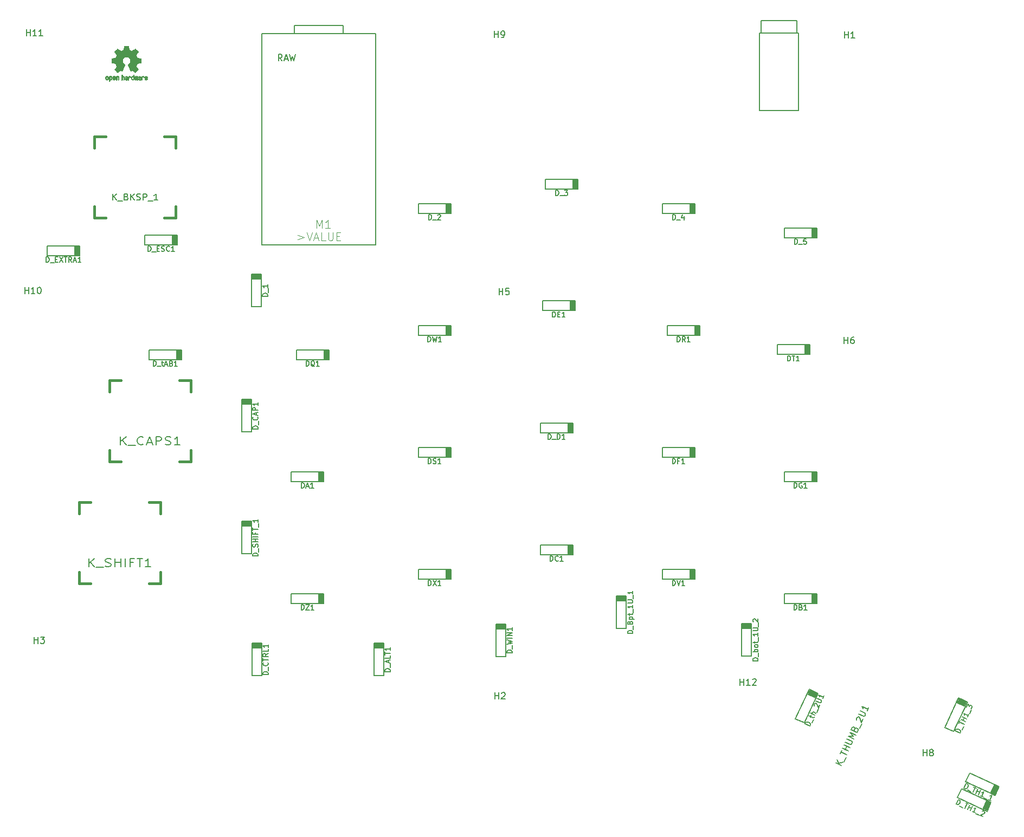
<source format=gbr>
G04 #@! TF.GenerationSoftware,KiCad,Pcbnew,(5.0.2)-1*
G04 #@! TF.CreationDate,2020-01-16T19:10:28+05:30*
G04 #@! TF.ProjectId,ergocape,6572676f-6361-4706-952e-6b696361645f,rev?*
G04 #@! TF.SameCoordinates,Original*
G04 #@! TF.FileFunction,Legend,Top*
G04 #@! TF.FilePolarity,Positive*
%FSLAX46Y46*%
G04 Gerber Fmt 4.6, Leading zero omitted, Abs format (unit mm)*
G04 Created by KiCad (PCBNEW (5.0.2)-1) date 1/16/2020 7:10:28 PM*
%MOMM*%
%LPD*%
G01*
G04 APERTURE LIST*
%ADD10C,0.150000*%
%ADD11C,0.127000*%
%ADD12C,0.381000*%
%ADD13C,0.010000*%
%ADD14C,0.101600*%
%ADD15C,0.203200*%
%ADD16C,0.200000*%
G04 APERTURE END LIST*
D10*
G04 #@! TO.C,D_3*
X119698000Y-41560800D02*
X120206000Y-41560800D01*
X119698000Y-41560800D02*
X124778000Y-41560800D01*
X124778000Y-41560800D02*
X124778000Y-40036800D01*
X124778000Y-40036800D02*
X119698000Y-40036800D01*
X119698000Y-40036800D02*
X119698000Y-41560800D01*
X119698000Y-41560800D02*
X120206000Y-41560800D01*
X124397000Y-41560800D02*
X124397000Y-40036800D01*
X124524000Y-40036800D02*
X124524000Y-41560800D01*
X124651000Y-41560800D02*
X124651000Y-40036800D01*
X124270000Y-40036800D02*
X124270000Y-41560800D01*
X124143000Y-41560800D02*
X124143000Y-40036800D01*
X124016000Y-41560800D02*
X124016000Y-40036800D01*
D11*
G04 #@! TO.C,M1*
X75438000Y-50292000D02*
X93218000Y-50292000D01*
X93218000Y-17272000D02*
X75438000Y-17272000D01*
X88138000Y-16002000D02*
X88138000Y-17272000D01*
X93218000Y-50292000D02*
X93218000Y-17272000D01*
X80518000Y-17272000D02*
X80518000Y-16002000D01*
X80518000Y-16002000D02*
X88138000Y-16002000D01*
X75438000Y-17272000D02*
X75438000Y-50292000D01*
D10*
G04 #@! TO.C,D_1*
X75311000Y-59944000D02*
X75311000Y-59436000D01*
X75311000Y-59944000D02*
X75311000Y-54864000D01*
X75311000Y-54864000D02*
X73787000Y-54864000D01*
X73787000Y-54864000D02*
X73787000Y-59944000D01*
X73787000Y-59944000D02*
X75311000Y-59944000D01*
X75311000Y-59944000D02*
X75311000Y-59436000D01*
X75311000Y-55245000D02*
X73787000Y-55245000D01*
X73787000Y-55118000D02*
X75311000Y-55118000D01*
X75311000Y-54991000D02*
X73787000Y-54991000D01*
X73787000Y-55372000D02*
X75311000Y-55372000D01*
X75311000Y-55499000D02*
X73787000Y-55499000D01*
X75311000Y-55626000D02*
X73787000Y-55626000D01*
G04 #@! TO.C,D_2*
X99854000Y-45370800D02*
X100362000Y-45370800D01*
X99854000Y-45370800D02*
X104934000Y-45370800D01*
X104934000Y-45370800D02*
X104934000Y-43846800D01*
X104934000Y-43846800D02*
X99854000Y-43846800D01*
X99854000Y-43846800D02*
X99854000Y-45370800D01*
X99854000Y-45370800D02*
X100362000Y-45370800D01*
X104553000Y-45370800D02*
X104553000Y-43846800D01*
X104680000Y-43846800D02*
X104680000Y-45370800D01*
X104807000Y-45370800D02*
X104807000Y-43846800D01*
X104426000Y-43846800D02*
X104426000Y-45370800D01*
X104299000Y-45370800D02*
X104299000Y-43846800D01*
X104172000Y-45370800D02*
X104172000Y-43846800D01*
G04 #@! TO.C,D_4*
X137954000Y-45370800D02*
X138462000Y-45370800D01*
X137954000Y-45370800D02*
X143034000Y-45370800D01*
X143034000Y-45370800D02*
X143034000Y-43846800D01*
X143034000Y-43846800D02*
X137954000Y-43846800D01*
X137954000Y-43846800D02*
X137954000Y-45370800D01*
X137954000Y-45370800D02*
X138462000Y-45370800D01*
X142653000Y-45370800D02*
X142653000Y-43846800D01*
X142780000Y-43846800D02*
X142780000Y-45370800D01*
X142907000Y-45370800D02*
X142907000Y-43846800D01*
X142526000Y-43846800D02*
X142526000Y-45370800D01*
X142399000Y-45370800D02*
X142399000Y-43846800D01*
X142272000Y-45370800D02*
X142272000Y-43846800D01*
G04 #@! TO.C,D_5*
X157004000Y-49180800D02*
X157512000Y-49180800D01*
X157004000Y-49180800D02*
X162084000Y-49180800D01*
X162084000Y-49180800D02*
X162084000Y-47656800D01*
X162084000Y-47656800D02*
X157004000Y-47656800D01*
X157004000Y-47656800D02*
X157004000Y-49180800D01*
X157004000Y-49180800D02*
X157512000Y-49180800D01*
X161703000Y-49180800D02*
X161703000Y-47656800D01*
X161830000Y-47656800D02*
X161830000Y-49180800D01*
X161957000Y-49180800D02*
X161957000Y-47656800D01*
X161576000Y-47656800D02*
X161576000Y-49180800D01*
X161449000Y-49180800D02*
X161449000Y-47656800D01*
X161322000Y-49180800D02*
X161322000Y-47656800D01*
G04 #@! TO.C,D_ALT1*
X94424500Y-117634000D02*
X94424500Y-117126000D01*
X94424500Y-117634000D02*
X94424500Y-112554000D01*
X94424500Y-112554000D02*
X92900500Y-112554000D01*
X92900500Y-112554000D02*
X92900500Y-117634000D01*
X92900500Y-117634000D02*
X94424500Y-117634000D01*
X94424500Y-117634000D02*
X94424500Y-117126000D01*
X94424500Y-112935000D02*
X92900500Y-112935000D01*
X92900500Y-112808000D02*
X94424500Y-112808000D01*
X94424500Y-112681000D02*
X92900500Y-112681000D01*
X92900500Y-113062000D02*
X94424500Y-113062000D01*
X94424500Y-113189000D02*
X92900500Y-113189000D01*
X94424500Y-113316000D02*
X92900500Y-113316000D01*
G04 #@! TO.C,D_bot_1U_2*
X151892000Y-114554000D02*
X151892000Y-114046000D01*
X151892000Y-114554000D02*
X151892000Y-109474000D01*
X151892000Y-109474000D02*
X150368000Y-109474000D01*
X150368000Y-109474000D02*
X150368000Y-114554000D01*
X150368000Y-114554000D02*
X151892000Y-114554000D01*
X151892000Y-114554000D02*
X151892000Y-114046000D01*
X151892000Y-109855000D02*
X150368000Y-109855000D01*
X150368000Y-109728000D02*
X151892000Y-109728000D01*
X151892000Y-109601000D02*
X150368000Y-109601000D01*
X150368000Y-109982000D02*
X151892000Y-109982000D01*
X151892000Y-110109000D02*
X150368000Y-110109000D01*
X151892000Y-110236000D02*
X150368000Y-110236000D01*
G04 #@! TO.C,D_Bpt_1U_1*
X132334000Y-110236000D02*
X132334000Y-109728000D01*
X132334000Y-110236000D02*
X132334000Y-105156000D01*
X132334000Y-105156000D02*
X130810000Y-105156000D01*
X130810000Y-105156000D02*
X130810000Y-110236000D01*
X130810000Y-110236000D02*
X132334000Y-110236000D01*
X132334000Y-110236000D02*
X132334000Y-109728000D01*
X132334000Y-105537000D02*
X130810000Y-105537000D01*
X130810000Y-105410000D02*
X132334000Y-105410000D01*
X132334000Y-105283000D02*
X130810000Y-105283000D01*
X130810000Y-105664000D02*
X132334000Y-105664000D01*
X132334000Y-105791000D02*
X130810000Y-105791000D01*
X132334000Y-105918000D02*
X130810000Y-105918000D01*
G04 #@! TO.C,D_CAP1*
X73787000Y-79533800D02*
X73787000Y-79025800D01*
X73787000Y-79533800D02*
X73787000Y-74453800D01*
X73787000Y-74453800D02*
X72263000Y-74453800D01*
X72263000Y-74453800D02*
X72263000Y-79533800D01*
X72263000Y-79533800D02*
X73787000Y-79533800D01*
X73787000Y-79533800D02*
X73787000Y-79025800D01*
X73787000Y-74834800D02*
X72263000Y-74834800D01*
X72263000Y-74707800D02*
X73787000Y-74707800D01*
X73787000Y-74580800D02*
X72263000Y-74580800D01*
X72263000Y-74961800D02*
X73787000Y-74961800D01*
X73787000Y-75088800D02*
X72263000Y-75088800D01*
X73787000Y-75215800D02*
X72263000Y-75215800D01*
G04 #@! TO.C,D_CTRL1*
X75374500Y-117634000D02*
X75374500Y-117126000D01*
X75374500Y-117634000D02*
X75374500Y-112554000D01*
X75374500Y-112554000D02*
X73850500Y-112554000D01*
X73850500Y-112554000D02*
X73850500Y-117634000D01*
X73850500Y-117634000D02*
X75374500Y-117634000D01*
X75374500Y-117634000D02*
X75374500Y-117126000D01*
X75374500Y-112935000D02*
X73850500Y-112935000D01*
X73850500Y-112808000D02*
X75374500Y-112808000D01*
X75374500Y-112681000D02*
X73850500Y-112681000D01*
X73850500Y-113062000D02*
X75374500Y-113062000D01*
X75374500Y-113189000D02*
X73850500Y-113189000D01*
X75374500Y-113316000D02*
X73850500Y-113316000D01*
G04 #@! TO.C,D_D1*
X118904000Y-79660800D02*
X119412000Y-79660800D01*
X118904000Y-79660800D02*
X123984000Y-79660800D01*
X123984000Y-79660800D02*
X123984000Y-78136800D01*
X123984000Y-78136800D02*
X118904000Y-78136800D01*
X118904000Y-78136800D02*
X118904000Y-79660800D01*
X118904000Y-79660800D02*
X119412000Y-79660800D01*
X123603000Y-79660800D02*
X123603000Y-78136800D01*
X123730000Y-78136800D02*
X123730000Y-79660800D01*
X123857000Y-79660800D02*
X123857000Y-78136800D01*
X123476000Y-78136800D02*
X123476000Y-79660800D01*
X123349000Y-79660800D02*
X123349000Y-78136800D01*
X123222000Y-79660800D02*
X123222000Y-78136800D01*
G04 #@! TO.C,D_ESC1*
X57150000Y-50292000D02*
X57658000Y-50292000D01*
X57150000Y-50292000D02*
X62230000Y-50292000D01*
X62230000Y-50292000D02*
X62230000Y-48768000D01*
X62230000Y-48768000D02*
X57150000Y-48768000D01*
X57150000Y-48768000D02*
X57150000Y-50292000D01*
X57150000Y-50292000D02*
X57658000Y-50292000D01*
X61849000Y-50292000D02*
X61849000Y-48768000D01*
X61976000Y-48768000D02*
X61976000Y-50292000D01*
X62103000Y-50292000D02*
X62103000Y-48768000D01*
X61722000Y-48768000D02*
X61722000Y-50292000D01*
X61595000Y-50292000D02*
X61595000Y-48768000D01*
X61468000Y-50292000D02*
X61468000Y-48768000D01*
G04 #@! TO.C,D_SHIFT_1*
X73787000Y-98583800D02*
X73787000Y-98075800D01*
X73787000Y-98583800D02*
X73787000Y-93503800D01*
X73787000Y-93503800D02*
X72263000Y-93503800D01*
X72263000Y-93503800D02*
X72263000Y-98583800D01*
X72263000Y-98583800D02*
X73787000Y-98583800D01*
X73787000Y-98583800D02*
X73787000Y-98075800D01*
X73787000Y-93884800D02*
X72263000Y-93884800D01*
X72263000Y-93757800D02*
X73787000Y-93757800D01*
X73787000Y-93630800D02*
X72263000Y-93630800D01*
X72263000Y-94011800D02*
X73787000Y-94011800D01*
X73787000Y-94138800D02*
X72263000Y-94138800D01*
X73787000Y-94265800D02*
X72263000Y-94265800D01*
G04 #@! TO.C,D_tAB1*
X57785000Y-68230800D02*
X58293000Y-68230800D01*
X57785000Y-68230800D02*
X62865000Y-68230800D01*
X62865000Y-68230800D02*
X62865000Y-66706800D01*
X62865000Y-66706800D02*
X57785000Y-66706800D01*
X57785000Y-66706800D02*
X57785000Y-68230800D01*
X57785000Y-68230800D02*
X58293000Y-68230800D01*
X62484000Y-68230800D02*
X62484000Y-66706800D01*
X62611000Y-66706800D02*
X62611000Y-68230800D01*
X62738000Y-68230800D02*
X62738000Y-66706800D01*
X62357000Y-66706800D02*
X62357000Y-68230800D01*
X62230000Y-68230800D02*
X62230000Y-66706800D01*
X62103000Y-68230800D02*
X62103000Y-66706800D01*
G04 #@! TO.C,D_TH1_1*
X185310943Y-134193156D02*
X185771347Y-134407846D01*
X185310943Y-134193156D02*
X189914987Y-136340057D01*
X189914987Y-136340057D02*
X190559057Y-134958844D01*
X190559057Y-134958844D02*
X185955013Y-132811943D01*
X185955013Y-132811943D02*
X185310943Y-134193156D01*
X185310943Y-134193156D02*
X185771347Y-134407846D01*
X189569683Y-136179039D02*
X190213754Y-134797826D01*
X190328855Y-134851499D02*
X189684784Y-136232712D01*
X189799886Y-136286384D02*
X190443956Y-134905171D01*
X190098653Y-134744154D02*
X189454582Y-136125367D01*
X189339481Y-136071694D02*
X189983551Y-134690481D01*
X189224380Y-136018022D02*
X189868450Y-134636809D01*
G04 #@! TO.C,D_TH1_2*
X184060943Y-136692156D02*
X184521347Y-136906846D01*
X184060943Y-136692156D02*
X188664987Y-138839057D01*
X188664987Y-138839057D02*
X189309057Y-137457844D01*
X189309057Y-137457844D02*
X184705013Y-135310943D01*
X184705013Y-135310943D02*
X184060943Y-136692156D01*
X184060943Y-136692156D02*
X184521347Y-136906846D01*
X188319683Y-138678039D02*
X188963754Y-137296826D01*
X189078855Y-137350499D02*
X188434784Y-138731712D01*
X188549886Y-138785384D02*
X189193956Y-137404171D01*
X188848653Y-137243154D02*
X188204582Y-138624367D01*
X188089481Y-138570694D02*
X188733551Y-137189481D01*
X187974380Y-138517022D02*
X188618450Y-137135809D01*
G04 #@! TO.C,D_th_2U1*
X160120156Y-125008057D02*
X160334846Y-124547653D01*
X160120156Y-125008057D02*
X162267057Y-120404013D01*
X162267057Y-120404013D02*
X160885844Y-119759943D01*
X160885844Y-119759943D02*
X158738943Y-124363987D01*
X158738943Y-124363987D02*
X160120156Y-125008057D01*
X160120156Y-125008057D02*
X160334846Y-124547653D01*
X162106039Y-120749317D02*
X160724826Y-120105246D01*
X160778499Y-119990145D02*
X162159712Y-120634216D01*
X162213384Y-120519114D02*
X160832171Y-119875044D01*
X160671154Y-120220347D02*
X162052367Y-120864418D01*
X161998694Y-120979519D02*
X160617481Y-120335449D01*
X161945022Y-121094620D02*
X160563809Y-120450550D01*
G04 #@! TO.C,D_WIN1*
X113474000Y-114618000D02*
X113474000Y-114110000D01*
X113474000Y-114618000D02*
X113474000Y-109538000D01*
X113474000Y-109538000D02*
X111950000Y-109538000D01*
X111950000Y-109538000D02*
X111950000Y-114618000D01*
X111950000Y-114618000D02*
X113474000Y-114618000D01*
X113474000Y-114618000D02*
X113474000Y-114110000D01*
X113474000Y-109919000D02*
X111950000Y-109919000D01*
X111950000Y-109792000D02*
X113474000Y-109792000D01*
X113474000Y-109665000D02*
X111950000Y-109665000D01*
X111950000Y-110046000D02*
X113474000Y-110046000D01*
X113474000Y-110173000D02*
X111950000Y-110173000D01*
X113474000Y-110300000D02*
X111950000Y-110300000D01*
G04 #@! TO.C,DA1*
X80010000Y-87280800D02*
X80518000Y-87280800D01*
X80010000Y-87280800D02*
X85090000Y-87280800D01*
X85090000Y-87280800D02*
X85090000Y-85756800D01*
X85090000Y-85756800D02*
X80010000Y-85756800D01*
X80010000Y-85756800D02*
X80010000Y-87280800D01*
X80010000Y-87280800D02*
X80518000Y-87280800D01*
X84709000Y-87280800D02*
X84709000Y-85756800D01*
X84836000Y-85756800D02*
X84836000Y-87280800D01*
X84963000Y-87280800D02*
X84963000Y-85756800D01*
X84582000Y-85756800D02*
X84582000Y-87280800D01*
X84455000Y-87280800D02*
X84455000Y-85756800D01*
X84328000Y-87280800D02*
X84328000Y-85756800D01*
G04 #@! TO.C,DB1*
X157004000Y-106331000D02*
X157512000Y-106331000D01*
X157004000Y-106331000D02*
X162084000Y-106331000D01*
X162084000Y-106331000D02*
X162084000Y-104807000D01*
X162084000Y-104807000D02*
X157004000Y-104807000D01*
X157004000Y-104807000D02*
X157004000Y-106331000D01*
X157004000Y-106331000D02*
X157512000Y-106331000D01*
X161703000Y-106331000D02*
X161703000Y-104807000D01*
X161830000Y-104807000D02*
X161830000Y-106331000D01*
X161957000Y-106331000D02*
X161957000Y-104807000D01*
X161576000Y-104807000D02*
X161576000Y-106331000D01*
X161449000Y-106331000D02*
X161449000Y-104807000D01*
X161322000Y-106331000D02*
X161322000Y-104807000D01*
G04 #@! TO.C,DC1*
X118904000Y-98710800D02*
X119412000Y-98710800D01*
X118904000Y-98710800D02*
X123984000Y-98710800D01*
X123984000Y-98710800D02*
X123984000Y-97186800D01*
X123984000Y-97186800D02*
X118904000Y-97186800D01*
X118904000Y-97186800D02*
X118904000Y-98710800D01*
X118904000Y-98710800D02*
X119412000Y-98710800D01*
X123603000Y-98710800D02*
X123603000Y-97186800D01*
X123730000Y-97186800D02*
X123730000Y-98710800D01*
X123857000Y-98710800D02*
X123857000Y-97186800D01*
X123476000Y-97186800D02*
X123476000Y-98710800D01*
X123349000Y-98710800D02*
X123349000Y-97186800D01*
X123222000Y-98710800D02*
X123222000Y-97186800D01*
G04 #@! TO.C,DE1*
X119253000Y-60579000D02*
X119761000Y-60579000D01*
X119253000Y-60579000D02*
X124333000Y-60579000D01*
X124333000Y-60579000D02*
X124333000Y-59055000D01*
X124333000Y-59055000D02*
X119253000Y-59055000D01*
X119253000Y-59055000D02*
X119253000Y-60579000D01*
X119253000Y-60579000D02*
X119761000Y-60579000D01*
X123952000Y-60579000D02*
X123952000Y-59055000D01*
X124079000Y-59055000D02*
X124079000Y-60579000D01*
X124206000Y-60579000D02*
X124206000Y-59055000D01*
X123825000Y-59055000D02*
X123825000Y-60579000D01*
X123698000Y-60579000D02*
X123698000Y-59055000D01*
X123571000Y-60579000D02*
X123571000Y-59055000D01*
G04 #@! TO.C,DF1*
X137954000Y-83470800D02*
X138462000Y-83470800D01*
X137954000Y-83470800D02*
X143034000Y-83470800D01*
X143034000Y-83470800D02*
X143034000Y-81946800D01*
X143034000Y-81946800D02*
X137954000Y-81946800D01*
X137954000Y-81946800D02*
X137954000Y-83470800D01*
X137954000Y-83470800D02*
X138462000Y-83470800D01*
X142653000Y-83470800D02*
X142653000Y-81946800D01*
X142780000Y-81946800D02*
X142780000Y-83470800D01*
X142907000Y-83470800D02*
X142907000Y-81946800D01*
X142526000Y-81946800D02*
X142526000Y-83470800D01*
X142399000Y-83470800D02*
X142399000Y-81946800D01*
X142272000Y-83470800D02*
X142272000Y-81946800D01*
G04 #@! TO.C,DG1*
X157004000Y-87280800D02*
X157512000Y-87280800D01*
X157004000Y-87280800D02*
X162084000Y-87280800D01*
X162084000Y-87280800D02*
X162084000Y-85756800D01*
X162084000Y-85756800D02*
X157004000Y-85756800D01*
X157004000Y-85756800D02*
X157004000Y-87280800D01*
X157004000Y-87280800D02*
X157512000Y-87280800D01*
X161703000Y-87280800D02*
X161703000Y-85756800D01*
X161830000Y-85756800D02*
X161830000Y-87280800D01*
X161957000Y-87280800D02*
X161957000Y-85756800D01*
X161576000Y-85756800D02*
X161576000Y-87280800D01*
X161449000Y-87280800D02*
X161449000Y-85756800D01*
X161322000Y-87280800D02*
X161322000Y-85756800D01*
G04 #@! TO.C,DQ1*
X80803800Y-68230800D02*
X81311800Y-68230800D01*
X80803800Y-68230800D02*
X85883800Y-68230800D01*
X85883800Y-68230800D02*
X85883800Y-66706800D01*
X85883800Y-66706800D02*
X80803800Y-66706800D01*
X80803800Y-66706800D02*
X80803800Y-68230800D01*
X80803800Y-68230800D02*
X81311800Y-68230800D01*
X85502800Y-68230800D02*
X85502800Y-66706800D01*
X85629800Y-66706800D02*
X85629800Y-68230800D01*
X85756800Y-68230800D02*
X85756800Y-66706800D01*
X85375800Y-66706800D02*
X85375800Y-68230800D01*
X85248800Y-68230800D02*
X85248800Y-66706800D01*
X85121800Y-68230800D02*
X85121800Y-66706800D01*
G04 #@! TO.C,DR1*
X138748000Y-64420800D02*
X139256000Y-64420800D01*
X138748000Y-64420800D02*
X143828000Y-64420800D01*
X143828000Y-64420800D02*
X143828000Y-62896800D01*
X143828000Y-62896800D02*
X138748000Y-62896800D01*
X138748000Y-62896800D02*
X138748000Y-64420800D01*
X138748000Y-64420800D02*
X139256000Y-64420800D01*
X143447000Y-64420800D02*
X143447000Y-62896800D01*
X143574000Y-62896800D02*
X143574000Y-64420800D01*
X143701000Y-64420800D02*
X143701000Y-62896800D01*
X143320000Y-62896800D02*
X143320000Y-64420800D01*
X143193000Y-64420800D02*
X143193000Y-62896800D01*
X143066000Y-64420800D02*
X143066000Y-62896800D01*
G04 #@! TO.C,DS1*
X99854000Y-83470800D02*
X100362000Y-83470800D01*
X99854000Y-83470800D02*
X104934000Y-83470800D01*
X104934000Y-83470800D02*
X104934000Y-81946800D01*
X104934000Y-81946800D02*
X99854000Y-81946800D01*
X99854000Y-81946800D02*
X99854000Y-83470800D01*
X99854000Y-83470800D02*
X100362000Y-83470800D01*
X104553000Y-83470800D02*
X104553000Y-81946800D01*
X104680000Y-81946800D02*
X104680000Y-83470800D01*
X104807000Y-83470800D02*
X104807000Y-81946800D01*
X104426000Y-81946800D02*
X104426000Y-83470800D01*
X104299000Y-83470800D02*
X104299000Y-81946800D01*
X104172000Y-83470800D02*
X104172000Y-81946800D01*
G04 #@! TO.C,DT1*
X155892000Y-67437000D02*
X156400000Y-67437000D01*
X155892000Y-67437000D02*
X160972000Y-67437000D01*
X160972000Y-67437000D02*
X160972000Y-65913000D01*
X160972000Y-65913000D02*
X155892000Y-65913000D01*
X155892000Y-65913000D02*
X155892000Y-67437000D01*
X155892000Y-67437000D02*
X156400000Y-67437000D01*
X160591000Y-67437000D02*
X160591000Y-65913000D01*
X160718000Y-65913000D02*
X160718000Y-67437000D01*
X160845000Y-67437000D02*
X160845000Y-65913000D01*
X160464000Y-65913000D02*
X160464000Y-67437000D01*
X160337000Y-67437000D02*
X160337000Y-65913000D01*
X160210000Y-67437000D02*
X160210000Y-65913000D01*
G04 #@! TO.C,DV1*
X137954000Y-102521000D02*
X138462000Y-102521000D01*
X137954000Y-102521000D02*
X143034000Y-102521000D01*
X143034000Y-102521000D02*
X143034000Y-100997000D01*
X143034000Y-100997000D02*
X137954000Y-100997000D01*
X137954000Y-100997000D02*
X137954000Y-102521000D01*
X137954000Y-102521000D02*
X138462000Y-102521000D01*
X142653000Y-102521000D02*
X142653000Y-100997000D01*
X142780000Y-100997000D02*
X142780000Y-102521000D01*
X142907000Y-102521000D02*
X142907000Y-100997000D01*
X142526000Y-100997000D02*
X142526000Y-102521000D01*
X142399000Y-102521000D02*
X142399000Y-100997000D01*
X142272000Y-102521000D02*
X142272000Y-100997000D01*
G04 #@! TO.C,DW1*
X99854000Y-64420800D02*
X100362000Y-64420800D01*
X99854000Y-64420800D02*
X104934000Y-64420800D01*
X104934000Y-64420800D02*
X104934000Y-62896800D01*
X104934000Y-62896800D02*
X99854000Y-62896800D01*
X99854000Y-62896800D02*
X99854000Y-64420800D01*
X99854000Y-64420800D02*
X100362000Y-64420800D01*
X104553000Y-64420800D02*
X104553000Y-62896800D01*
X104680000Y-62896800D02*
X104680000Y-64420800D01*
X104807000Y-64420800D02*
X104807000Y-62896800D01*
X104426000Y-62896800D02*
X104426000Y-64420800D01*
X104299000Y-64420800D02*
X104299000Y-62896800D01*
X104172000Y-64420800D02*
X104172000Y-62896800D01*
G04 #@! TO.C,DX1*
X99854000Y-102521000D02*
X100362000Y-102521000D01*
X99854000Y-102521000D02*
X104934000Y-102521000D01*
X104934000Y-102521000D02*
X104934000Y-100997000D01*
X104934000Y-100997000D02*
X99854000Y-100997000D01*
X99854000Y-100997000D02*
X99854000Y-102521000D01*
X99854000Y-102521000D02*
X100362000Y-102521000D01*
X104553000Y-102521000D02*
X104553000Y-100997000D01*
X104680000Y-100997000D02*
X104680000Y-102521000D01*
X104807000Y-102521000D02*
X104807000Y-100997000D01*
X104426000Y-100997000D02*
X104426000Y-102521000D01*
X104299000Y-102521000D02*
X104299000Y-100997000D01*
X104172000Y-102521000D02*
X104172000Y-100997000D01*
G04 #@! TO.C,DZ1*
X80010000Y-106331000D02*
X80518000Y-106331000D01*
X80010000Y-106331000D02*
X85090000Y-106331000D01*
X85090000Y-106331000D02*
X85090000Y-104807000D01*
X85090000Y-104807000D02*
X80010000Y-104807000D01*
X80010000Y-104807000D02*
X80010000Y-106331000D01*
X80010000Y-106331000D02*
X80518000Y-106331000D01*
X84709000Y-106331000D02*
X84709000Y-104807000D01*
X84836000Y-104807000D02*
X84836000Y-106331000D01*
X84963000Y-106331000D02*
X84963000Y-104807000D01*
X84582000Y-104807000D02*
X84582000Y-106331000D01*
X84455000Y-106331000D02*
X84455000Y-104807000D01*
X84328000Y-106331000D02*
X84328000Y-104807000D01*
D12*
G04 #@! TO.C,K_CAPS1*
X51593800Y-73215500D02*
X51593800Y-71437500D01*
X51593800Y-84137500D02*
X51593800Y-82359500D01*
X53371800Y-84137500D02*
X51593800Y-84137500D01*
X64293800Y-84137500D02*
X62515800Y-84137500D01*
X64293800Y-82359500D02*
X64293800Y-84137500D01*
X64293800Y-71437500D02*
X64293800Y-73215500D01*
X62515800Y-71437500D02*
X64293800Y-71437500D01*
X51593800Y-71437500D02*
X53371800Y-71437500D01*
G04 #@! TO.C,K_SHIFT1*
X46831200Y-92265500D02*
X46831200Y-90487500D01*
X46831200Y-103187500D02*
X46831200Y-101409500D01*
X48609200Y-103187500D02*
X46831200Y-103187500D01*
X59531200Y-103187500D02*
X57753200Y-103187500D01*
X59531200Y-101409500D02*
X59531200Y-103187500D01*
X59531200Y-90487500D02*
X59531200Y-92265500D01*
X57753200Y-90487500D02*
X59531200Y-90487500D01*
X46831200Y-90487500D02*
X48609200Y-90487500D01*
D10*
G04 #@! TO.C,D_TH1_3*
X183454156Y-126368057D02*
X183668846Y-125907653D01*
X183454156Y-126368057D02*
X185601057Y-121764013D01*
X185601057Y-121764013D02*
X184219844Y-121119943D01*
X184219844Y-121119943D02*
X182072943Y-125723987D01*
X182072943Y-125723987D02*
X183454156Y-126368057D01*
X183454156Y-126368057D02*
X183668846Y-125907653D01*
X185440039Y-122109317D02*
X184058826Y-121465246D01*
X184112499Y-121350145D02*
X185493712Y-121994216D01*
X185547384Y-121879114D02*
X184166171Y-121235044D01*
X184005154Y-121580347D02*
X185386367Y-122224418D01*
X185332694Y-122339519D02*
X183951481Y-121695449D01*
X185279022Y-122454620D02*
X183897809Y-121810550D01*
G04 #@! TO.C,J2*
X159212000Y-17228700D02*
X153112000Y-17228700D01*
X159212000Y-29328700D02*
X153112000Y-29328700D01*
X159212000Y-17228700D02*
X159212000Y-29328700D01*
X153112000Y-17228700D02*
X153112000Y-29328700D01*
X158962000Y-17228700D02*
X158962000Y-15228700D01*
X153362000Y-17228700D02*
X153362000Y-15228700D01*
X158962000Y-15228700D02*
X153362000Y-15228700D01*
D12*
G04 #@! TO.C,K_BKSP_1*
X49276000Y-35115500D02*
X49276000Y-33337500D01*
X49276000Y-46037500D02*
X49276000Y-44259500D01*
X51054000Y-46037500D02*
X49276000Y-46037500D01*
X61976000Y-46037500D02*
X60198000Y-46037500D01*
X61976000Y-44259500D02*
X61976000Y-46037500D01*
X61976000Y-33337500D02*
X61976000Y-35115500D01*
X60198000Y-33337500D02*
X61976000Y-33337500D01*
X49276000Y-33337500D02*
X51054000Y-33337500D01*
D10*
G04 #@! TO.C,D_EXTRA1*
X41910000Y-51993800D02*
X42418000Y-51993800D01*
X41910000Y-51993800D02*
X46990000Y-51993800D01*
X46990000Y-51993800D02*
X46990000Y-50469800D01*
X46990000Y-50469800D02*
X41910000Y-50469800D01*
X41910000Y-50469800D02*
X41910000Y-51993800D01*
X41910000Y-51993800D02*
X42418000Y-51993800D01*
X46609000Y-51993800D02*
X46609000Y-50469800D01*
X46736000Y-50469800D02*
X46736000Y-51993800D01*
X46863000Y-51993800D02*
X46863000Y-50469800D01*
X46482000Y-50469800D02*
X46482000Y-51993800D01*
X46355000Y-51993800D02*
X46355000Y-50469800D01*
X46228000Y-51993800D02*
X46228000Y-50469800D01*
D13*
G04 #@! TO.C,REF\002A\002A*
G36*
X54332910Y-19213348D02*
X54411454Y-19213778D01*
X54468298Y-19214942D01*
X54507105Y-19217207D01*
X54531538Y-19220940D01*
X54545262Y-19226506D01*
X54551940Y-19234273D01*
X54555236Y-19244605D01*
X54555556Y-19245943D01*
X54560562Y-19270079D01*
X54569829Y-19317701D01*
X54582392Y-19383741D01*
X54597287Y-19463128D01*
X54613551Y-19550796D01*
X54614119Y-19553875D01*
X54630410Y-19639789D01*
X54645652Y-19715696D01*
X54658861Y-19777045D01*
X54669054Y-19819282D01*
X54675248Y-19837855D01*
X54675543Y-19838184D01*
X54693788Y-19847253D01*
X54731405Y-19862367D01*
X54780271Y-19880262D01*
X54780543Y-19880358D01*
X54842093Y-19903493D01*
X54914657Y-19932965D01*
X54983057Y-19962597D01*
X54986294Y-19964062D01*
X55097702Y-20014626D01*
X55344399Y-19846160D01*
X55420077Y-19794803D01*
X55488631Y-19748889D01*
X55546088Y-19711030D01*
X55588476Y-19683837D01*
X55611825Y-19669921D01*
X55614042Y-19668889D01*
X55631010Y-19673484D01*
X55662701Y-19695655D01*
X55710352Y-19736447D01*
X55775198Y-19796905D01*
X55841397Y-19861227D01*
X55905214Y-19924612D01*
X55962329Y-19982451D01*
X56009305Y-20031175D01*
X56042703Y-20067210D01*
X56059085Y-20086984D01*
X56059694Y-20088002D01*
X56061505Y-20101572D01*
X56054683Y-20123733D01*
X56037540Y-20157478D01*
X56008393Y-20205800D01*
X55965555Y-20271692D01*
X55908448Y-20356517D01*
X55857766Y-20431177D01*
X55812461Y-20498140D01*
X55775150Y-20553516D01*
X55748452Y-20593420D01*
X55734985Y-20613962D01*
X55734137Y-20615356D01*
X55735781Y-20635038D01*
X55748245Y-20673293D01*
X55769048Y-20722889D01*
X55776462Y-20738728D01*
X55808814Y-20809290D01*
X55843328Y-20889353D01*
X55871365Y-20958629D01*
X55891568Y-21010045D01*
X55907615Y-21049119D01*
X55916888Y-21069541D01*
X55918041Y-21071114D01*
X55935096Y-21073721D01*
X55975298Y-21080863D01*
X56033302Y-21091523D01*
X56103763Y-21104685D01*
X56181335Y-21119333D01*
X56260672Y-21134449D01*
X56336431Y-21149018D01*
X56403264Y-21162022D01*
X56455828Y-21172445D01*
X56488776Y-21179270D01*
X56496857Y-21181199D01*
X56505205Y-21185962D01*
X56511506Y-21196718D01*
X56516045Y-21217098D01*
X56519104Y-21250734D01*
X56520967Y-21301255D01*
X56521918Y-21372292D01*
X56522240Y-21467476D01*
X56522257Y-21506492D01*
X56522257Y-21823799D01*
X56446057Y-21838839D01*
X56403663Y-21846995D01*
X56340400Y-21858899D01*
X56263962Y-21873116D01*
X56182043Y-21888210D01*
X56159400Y-21892355D01*
X56083806Y-21907053D01*
X56017953Y-21921505D01*
X55967366Y-21934375D01*
X55937574Y-21944322D01*
X55932612Y-21947287D01*
X55920426Y-21968283D01*
X55902953Y-22008967D01*
X55883577Y-22061322D01*
X55879734Y-22072600D01*
X55854339Y-22142523D01*
X55822817Y-22221418D01*
X55791969Y-22292266D01*
X55791817Y-22292595D01*
X55740447Y-22403733D01*
X55909399Y-22652253D01*
X56078352Y-22900772D01*
X55861429Y-23118058D01*
X55795819Y-23182726D01*
X55735979Y-23239733D01*
X55685267Y-23286033D01*
X55647046Y-23318584D01*
X55624675Y-23334343D01*
X55621466Y-23335343D01*
X55602626Y-23327469D01*
X55564180Y-23305578D01*
X55510330Y-23272267D01*
X55445276Y-23230131D01*
X55374940Y-23182943D01*
X55303555Y-23134810D01*
X55239908Y-23092928D01*
X55188041Y-23059871D01*
X55151995Y-23038218D01*
X55135867Y-23030543D01*
X55116189Y-23037037D01*
X55078875Y-23054150D01*
X55031621Y-23078326D01*
X55026612Y-23081013D01*
X54962977Y-23112927D01*
X54919341Y-23128579D01*
X54892202Y-23128745D01*
X54878057Y-23114204D01*
X54877975Y-23114000D01*
X54870905Y-23096779D01*
X54854042Y-23055899D01*
X54828695Y-22994525D01*
X54796171Y-22915819D01*
X54757778Y-22822947D01*
X54714822Y-22719072D01*
X54673222Y-22618502D01*
X54627504Y-22507516D01*
X54585526Y-22404703D01*
X54548548Y-22313215D01*
X54517827Y-22236201D01*
X54494622Y-22176815D01*
X54480190Y-22138209D01*
X54475743Y-22123800D01*
X54486896Y-22107272D01*
X54516069Y-22080930D01*
X54554971Y-22051887D01*
X54665757Y-21960039D01*
X54752351Y-21854759D01*
X54813716Y-21738266D01*
X54848815Y-21612776D01*
X54856608Y-21480507D01*
X54850943Y-21419457D01*
X54820078Y-21292795D01*
X54766920Y-21180941D01*
X54694767Y-21085001D01*
X54606917Y-21006076D01*
X54506665Y-20945270D01*
X54397310Y-20903687D01*
X54282147Y-20882428D01*
X54164475Y-20882599D01*
X54047590Y-20905301D01*
X53934789Y-20951638D01*
X53829369Y-21022713D01*
X53785368Y-21062911D01*
X53700979Y-21166129D01*
X53642222Y-21278925D01*
X53608704Y-21398010D01*
X53600035Y-21520095D01*
X53615823Y-21641893D01*
X53655678Y-21760116D01*
X53719207Y-21871475D01*
X53806021Y-21972684D01*
X53903029Y-22051887D01*
X53943437Y-22082162D01*
X53971982Y-22108219D01*
X53982257Y-22123825D01*
X53976877Y-22140843D01*
X53961575Y-22181500D01*
X53937612Y-22242642D01*
X53906244Y-22321119D01*
X53868732Y-22413780D01*
X53826333Y-22517472D01*
X53784663Y-22618526D01*
X53738690Y-22729607D01*
X53696107Y-22832541D01*
X53658221Y-22924165D01*
X53626340Y-23001316D01*
X53601771Y-23060831D01*
X53585820Y-23099544D01*
X53579910Y-23114000D01*
X53565948Y-23128685D01*
X53538940Y-23128642D01*
X53495413Y-23113099D01*
X53431890Y-23081284D01*
X53431388Y-23081013D01*
X53383560Y-23056323D01*
X53344897Y-23038338D01*
X53323095Y-23030614D01*
X53322133Y-23030543D01*
X53305721Y-23038378D01*
X53269487Y-23060165D01*
X53217474Y-23093328D01*
X53153725Y-23135291D01*
X53083060Y-23182943D01*
X53011116Y-23231191D01*
X52946274Y-23273151D01*
X52892735Y-23306227D01*
X52854697Y-23327821D01*
X52836533Y-23335343D01*
X52819808Y-23325457D01*
X52786180Y-23297826D01*
X52739010Y-23255495D01*
X52681658Y-23201505D01*
X52617484Y-23138899D01*
X52596497Y-23117983D01*
X52379499Y-22900623D01*
X52544668Y-22658220D01*
X52594864Y-22583781D01*
X52638919Y-22516972D01*
X52674362Y-22461665D01*
X52698719Y-22421729D01*
X52709522Y-22401036D01*
X52709838Y-22399563D01*
X52704143Y-22380058D01*
X52688826Y-22340822D01*
X52666537Y-22288430D01*
X52650893Y-22253355D01*
X52621641Y-22186201D01*
X52594094Y-22118358D01*
X52572737Y-22061034D01*
X52566935Y-22043572D01*
X52550452Y-21996938D01*
X52534340Y-21960905D01*
X52525490Y-21947287D01*
X52505960Y-21938952D01*
X52463334Y-21927137D01*
X52403145Y-21913181D01*
X52330922Y-21898422D01*
X52298600Y-21892355D01*
X52216522Y-21877273D01*
X52137795Y-21862669D01*
X52070109Y-21849980D01*
X52021160Y-21840642D01*
X52011943Y-21838839D01*
X51935743Y-21823799D01*
X51935743Y-21506492D01*
X51935914Y-21402154D01*
X51936616Y-21323213D01*
X51938134Y-21266038D01*
X51940749Y-21226999D01*
X51944746Y-21202465D01*
X51950409Y-21188805D01*
X51958020Y-21182389D01*
X51961143Y-21181199D01*
X51979978Y-21176980D01*
X52021588Y-21168562D01*
X52080630Y-21156961D01*
X52151757Y-21143195D01*
X52229625Y-21128280D01*
X52308887Y-21113232D01*
X52384198Y-21099069D01*
X52450213Y-21086806D01*
X52501587Y-21077461D01*
X52532975Y-21072050D01*
X52539959Y-21071114D01*
X52546285Y-21058596D01*
X52560290Y-21025246D01*
X52579355Y-20977377D01*
X52586634Y-20958629D01*
X52615996Y-20886195D01*
X52650571Y-20806170D01*
X52681537Y-20738728D01*
X52704323Y-20687159D01*
X52719482Y-20644785D01*
X52724542Y-20618834D01*
X52723736Y-20615356D01*
X52713041Y-20598936D01*
X52688620Y-20562417D01*
X52653095Y-20509687D01*
X52609087Y-20444635D01*
X52559217Y-20371151D01*
X52549356Y-20356645D01*
X52491492Y-20270704D01*
X52448956Y-20205261D01*
X52420054Y-20157304D01*
X52403090Y-20123820D01*
X52396367Y-20101795D01*
X52398190Y-20088217D01*
X52398236Y-20088131D01*
X52412586Y-20070297D01*
X52444323Y-20035817D01*
X52490010Y-19988268D01*
X52546204Y-19931222D01*
X52609468Y-19868255D01*
X52616602Y-19861227D01*
X52696330Y-19784020D01*
X52757857Y-19727330D01*
X52802421Y-19690110D01*
X52831257Y-19671315D01*
X52843958Y-19668889D01*
X52862494Y-19679471D01*
X52900961Y-19703916D01*
X52955386Y-19739612D01*
X53021798Y-19783947D01*
X53096225Y-19834311D01*
X53113601Y-19846160D01*
X53360297Y-20014626D01*
X53471706Y-19964062D01*
X53539457Y-19934595D01*
X53612183Y-19904959D01*
X53674703Y-19881330D01*
X53677457Y-19880358D01*
X53726360Y-19862457D01*
X53764057Y-19847320D01*
X53782425Y-19838210D01*
X53782456Y-19838184D01*
X53788285Y-19821717D01*
X53798192Y-19781219D01*
X53811195Y-19721242D01*
X53826309Y-19646340D01*
X53842552Y-19561064D01*
X53843881Y-19553875D01*
X53860175Y-19466014D01*
X53875133Y-19386260D01*
X53887791Y-19319681D01*
X53897186Y-19271347D01*
X53902354Y-19246325D01*
X53902444Y-19245943D01*
X53905589Y-19235299D01*
X53911704Y-19227262D01*
X53924453Y-19221467D01*
X53947500Y-19217547D01*
X53984509Y-19215135D01*
X54039144Y-19213865D01*
X54115067Y-19213371D01*
X54215944Y-19213286D01*
X54229000Y-19213286D01*
X54332910Y-19213348D01*
X54332910Y-19213348D01*
G37*
X54332910Y-19213348D02*
X54411454Y-19213778D01*
X54468298Y-19214942D01*
X54507105Y-19217207D01*
X54531538Y-19220940D01*
X54545262Y-19226506D01*
X54551940Y-19234273D01*
X54555236Y-19244605D01*
X54555556Y-19245943D01*
X54560562Y-19270079D01*
X54569829Y-19317701D01*
X54582392Y-19383741D01*
X54597287Y-19463128D01*
X54613551Y-19550796D01*
X54614119Y-19553875D01*
X54630410Y-19639789D01*
X54645652Y-19715696D01*
X54658861Y-19777045D01*
X54669054Y-19819282D01*
X54675248Y-19837855D01*
X54675543Y-19838184D01*
X54693788Y-19847253D01*
X54731405Y-19862367D01*
X54780271Y-19880262D01*
X54780543Y-19880358D01*
X54842093Y-19903493D01*
X54914657Y-19932965D01*
X54983057Y-19962597D01*
X54986294Y-19964062D01*
X55097702Y-20014626D01*
X55344399Y-19846160D01*
X55420077Y-19794803D01*
X55488631Y-19748889D01*
X55546088Y-19711030D01*
X55588476Y-19683837D01*
X55611825Y-19669921D01*
X55614042Y-19668889D01*
X55631010Y-19673484D01*
X55662701Y-19695655D01*
X55710352Y-19736447D01*
X55775198Y-19796905D01*
X55841397Y-19861227D01*
X55905214Y-19924612D01*
X55962329Y-19982451D01*
X56009305Y-20031175D01*
X56042703Y-20067210D01*
X56059085Y-20086984D01*
X56059694Y-20088002D01*
X56061505Y-20101572D01*
X56054683Y-20123733D01*
X56037540Y-20157478D01*
X56008393Y-20205800D01*
X55965555Y-20271692D01*
X55908448Y-20356517D01*
X55857766Y-20431177D01*
X55812461Y-20498140D01*
X55775150Y-20553516D01*
X55748452Y-20593420D01*
X55734985Y-20613962D01*
X55734137Y-20615356D01*
X55735781Y-20635038D01*
X55748245Y-20673293D01*
X55769048Y-20722889D01*
X55776462Y-20738728D01*
X55808814Y-20809290D01*
X55843328Y-20889353D01*
X55871365Y-20958629D01*
X55891568Y-21010045D01*
X55907615Y-21049119D01*
X55916888Y-21069541D01*
X55918041Y-21071114D01*
X55935096Y-21073721D01*
X55975298Y-21080863D01*
X56033302Y-21091523D01*
X56103763Y-21104685D01*
X56181335Y-21119333D01*
X56260672Y-21134449D01*
X56336431Y-21149018D01*
X56403264Y-21162022D01*
X56455828Y-21172445D01*
X56488776Y-21179270D01*
X56496857Y-21181199D01*
X56505205Y-21185962D01*
X56511506Y-21196718D01*
X56516045Y-21217098D01*
X56519104Y-21250734D01*
X56520967Y-21301255D01*
X56521918Y-21372292D01*
X56522240Y-21467476D01*
X56522257Y-21506492D01*
X56522257Y-21823799D01*
X56446057Y-21838839D01*
X56403663Y-21846995D01*
X56340400Y-21858899D01*
X56263962Y-21873116D01*
X56182043Y-21888210D01*
X56159400Y-21892355D01*
X56083806Y-21907053D01*
X56017953Y-21921505D01*
X55967366Y-21934375D01*
X55937574Y-21944322D01*
X55932612Y-21947287D01*
X55920426Y-21968283D01*
X55902953Y-22008967D01*
X55883577Y-22061322D01*
X55879734Y-22072600D01*
X55854339Y-22142523D01*
X55822817Y-22221418D01*
X55791969Y-22292266D01*
X55791817Y-22292595D01*
X55740447Y-22403733D01*
X55909399Y-22652253D01*
X56078352Y-22900772D01*
X55861429Y-23118058D01*
X55795819Y-23182726D01*
X55735979Y-23239733D01*
X55685267Y-23286033D01*
X55647046Y-23318584D01*
X55624675Y-23334343D01*
X55621466Y-23335343D01*
X55602626Y-23327469D01*
X55564180Y-23305578D01*
X55510330Y-23272267D01*
X55445276Y-23230131D01*
X55374940Y-23182943D01*
X55303555Y-23134810D01*
X55239908Y-23092928D01*
X55188041Y-23059871D01*
X55151995Y-23038218D01*
X55135867Y-23030543D01*
X55116189Y-23037037D01*
X55078875Y-23054150D01*
X55031621Y-23078326D01*
X55026612Y-23081013D01*
X54962977Y-23112927D01*
X54919341Y-23128579D01*
X54892202Y-23128745D01*
X54878057Y-23114204D01*
X54877975Y-23114000D01*
X54870905Y-23096779D01*
X54854042Y-23055899D01*
X54828695Y-22994525D01*
X54796171Y-22915819D01*
X54757778Y-22822947D01*
X54714822Y-22719072D01*
X54673222Y-22618502D01*
X54627504Y-22507516D01*
X54585526Y-22404703D01*
X54548548Y-22313215D01*
X54517827Y-22236201D01*
X54494622Y-22176815D01*
X54480190Y-22138209D01*
X54475743Y-22123800D01*
X54486896Y-22107272D01*
X54516069Y-22080930D01*
X54554971Y-22051887D01*
X54665757Y-21960039D01*
X54752351Y-21854759D01*
X54813716Y-21738266D01*
X54848815Y-21612776D01*
X54856608Y-21480507D01*
X54850943Y-21419457D01*
X54820078Y-21292795D01*
X54766920Y-21180941D01*
X54694767Y-21085001D01*
X54606917Y-21006076D01*
X54506665Y-20945270D01*
X54397310Y-20903687D01*
X54282147Y-20882428D01*
X54164475Y-20882599D01*
X54047590Y-20905301D01*
X53934789Y-20951638D01*
X53829369Y-21022713D01*
X53785368Y-21062911D01*
X53700979Y-21166129D01*
X53642222Y-21278925D01*
X53608704Y-21398010D01*
X53600035Y-21520095D01*
X53615823Y-21641893D01*
X53655678Y-21760116D01*
X53719207Y-21871475D01*
X53806021Y-21972684D01*
X53903029Y-22051887D01*
X53943437Y-22082162D01*
X53971982Y-22108219D01*
X53982257Y-22123825D01*
X53976877Y-22140843D01*
X53961575Y-22181500D01*
X53937612Y-22242642D01*
X53906244Y-22321119D01*
X53868732Y-22413780D01*
X53826333Y-22517472D01*
X53784663Y-22618526D01*
X53738690Y-22729607D01*
X53696107Y-22832541D01*
X53658221Y-22924165D01*
X53626340Y-23001316D01*
X53601771Y-23060831D01*
X53585820Y-23099544D01*
X53579910Y-23114000D01*
X53565948Y-23128685D01*
X53538940Y-23128642D01*
X53495413Y-23113099D01*
X53431890Y-23081284D01*
X53431388Y-23081013D01*
X53383560Y-23056323D01*
X53344897Y-23038338D01*
X53323095Y-23030614D01*
X53322133Y-23030543D01*
X53305721Y-23038378D01*
X53269487Y-23060165D01*
X53217474Y-23093328D01*
X53153725Y-23135291D01*
X53083060Y-23182943D01*
X53011116Y-23231191D01*
X52946274Y-23273151D01*
X52892735Y-23306227D01*
X52854697Y-23327821D01*
X52836533Y-23335343D01*
X52819808Y-23325457D01*
X52786180Y-23297826D01*
X52739010Y-23255495D01*
X52681658Y-23201505D01*
X52617484Y-23138899D01*
X52596497Y-23117983D01*
X52379499Y-22900623D01*
X52544668Y-22658220D01*
X52594864Y-22583781D01*
X52638919Y-22516972D01*
X52674362Y-22461665D01*
X52698719Y-22421729D01*
X52709522Y-22401036D01*
X52709838Y-22399563D01*
X52704143Y-22380058D01*
X52688826Y-22340822D01*
X52666537Y-22288430D01*
X52650893Y-22253355D01*
X52621641Y-22186201D01*
X52594094Y-22118358D01*
X52572737Y-22061034D01*
X52566935Y-22043572D01*
X52550452Y-21996938D01*
X52534340Y-21960905D01*
X52525490Y-21947287D01*
X52505960Y-21938952D01*
X52463334Y-21927137D01*
X52403145Y-21913181D01*
X52330922Y-21898422D01*
X52298600Y-21892355D01*
X52216522Y-21877273D01*
X52137795Y-21862669D01*
X52070109Y-21849980D01*
X52021160Y-21840642D01*
X52011943Y-21838839D01*
X51935743Y-21823799D01*
X51935743Y-21506492D01*
X51935914Y-21402154D01*
X51936616Y-21323213D01*
X51938134Y-21266038D01*
X51940749Y-21226999D01*
X51944746Y-21202465D01*
X51950409Y-21188805D01*
X51958020Y-21182389D01*
X51961143Y-21181199D01*
X51979978Y-21176980D01*
X52021588Y-21168562D01*
X52080630Y-21156961D01*
X52151757Y-21143195D01*
X52229625Y-21128280D01*
X52308887Y-21113232D01*
X52384198Y-21099069D01*
X52450213Y-21086806D01*
X52501587Y-21077461D01*
X52532975Y-21072050D01*
X52539959Y-21071114D01*
X52546285Y-21058596D01*
X52560290Y-21025246D01*
X52579355Y-20977377D01*
X52586634Y-20958629D01*
X52615996Y-20886195D01*
X52650571Y-20806170D01*
X52681537Y-20738728D01*
X52704323Y-20687159D01*
X52719482Y-20644785D01*
X52724542Y-20618834D01*
X52723736Y-20615356D01*
X52713041Y-20598936D01*
X52688620Y-20562417D01*
X52653095Y-20509687D01*
X52609087Y-20444635D01*
X52559217Y-20371151D01*
X52549356Y-20356645D01*
X52491492Y-20270704D01*
X52448956Y-20205261D01*
X52420054Y-20157304D01*
X52403090Y-20123820D01*
X52396367Y-20101795D01*
X52398190Y-20088217D01*
X52398236Y-20088131D01*
X52412586Y-20070297D01*
X52444323Y-20035817D01*
X52490010Y-19988268D01*
X52546204Y-19931222D01*
X52609468Y-19868255D01*
X52616602Y-19861227D01*
X52696330Y-19784020D01*
X52757857Y-19727330D01*
X52802421Y-19690110D01*
X52831257Y-19671315D01*
X52843958Y-19668889D01*
X52862494Y-19679471D01*
X52900961Y-19703916D01*
X52955386Y-19739612D01*
X53021798Y-19783947D01*
X53096225Y-19834311D01*
X53113601Y-19846160D01*
X53360297Y-20014626D01*
X53471706Y-19964062D01*
X53539457Y-19934595D01*
X53612183Y-19904959D01*
X53674703Y-19881330D01*
X53677457Y-19880358D01*
X53726360Y-19862457D01*
X53764057Y-19847320D01*
X53782425Y-19838210D01*
X53782456Y-19838184D01*
X53788285Y-19821717D01*
X53798192Y-19781219D01*
X53811195Y-19721242D01*
X53826309Y-19646340D01*
X53842552Y-19561064D01*
X53843881Y-19553875D01*
X53860175Y-19466014D01*
X53875133Y-19386260D01*
X53887791Y-19319681D01*
X53897186Y-19271347D01*
X53902354Y-19246325D01*
X53902444Y-19245943D01*
X53905589Y-19235299D01*
X53911704Y-19227262D01*
X53924453Y-19221467D01*
X53947500Y-19217547D01*
X53984509Y-19215135D01*
X54039144Y-19213865D01*
X54115067Y-19213371D01*
X54215944Y-19213286D01*
X54229000Y-19213286D01*
X54332910Y-19213348D01*
G36*
X57382595Y-23937966D02*
X57440021Y-23975497D01*
X57467719Y-24009096D01*
X57489662Y-24070064D01*
X57491405Y-24118308D01*
X57487457Y-24182816D01*
X57338686Y-24247934D01*
X57266349Y-24281202D01*
X57219084Y-24307964D01*
X57194507Y-24331144D01*
X57190237Y-24353667D01*
X57203889Y-24378455D01*
X57218943Y-24394886D01*
X57262746Y-24421235D01*
X57310389Y-24423081D01*
X57354145Y-24402546D01*
X57386289Y-24361752D01*
X57392038Y-24347347D01*
X57419576Y-24302356D01*
X57451258Y-24283182D01*
X57494714Y-24266779D01*
X57494714Y-24328966D01*
X57490872Y-24371283D01*
X57475823Y-24406969D01*
X57444280Y-24447943D01*
X57439592Y-24453267D01*
X57404506Y-24489720D01*
X57374347Y-24509283D01*
X57336615Y-24518283D01*
X57305335Y-24521230D01*
X57249385Y-24521965D01*
X57209555Y-24512660D01*
X57184708Y-24498846D01*
X57145656Y-24468467D01*
X57118625Y-24435613D01*
X57101517Y-24394294D01*
X57092238Y-24338521D01*
X57088693Y-24262305D01*
X57088410Y-24223622D01*
X57089372Y-24177247D01*
X57177007Y-24177247D01*
X57178023Y-24202126D01*
X57180556Y-24206200D01*
X57197274Y-24200665D01*
X57233249Y-24186017D01*
X57281331Y-24165190D01*
X57291386Y-24160714D01*
X57352152Y-24129814D01*
X57385632Y-24102657D01*
X57392990Y-24077220D01*
X57375391Y-24051481D01*
X57360856Y-24040109D01*
X57308410Y-24017364D01*
X57259322Y-24021122D01*
X57218227Y-24048884D01*
X57189758Y-24098152D01*
X57180631Y-24137257D01*
X57177007Y-24177247D01*
X57089372Y-24177247D01*
X57090285Y-24133249D01*
X57097196Y-24066384D01*
X57110884Y-24017695D01*
X57133096Y-23981849D01*
X57165574Y-23953513D01*
X57179733Y-23944355D01*
X57244053Y-23920507D01*
X57314473Y-23919006D01*
X57382595Y-23937966D01*
X57382595Y-23937966D01*
G37*
X57382595Y-23937966D02*
X57440021Y-23975497D01*
X57467719Y-24009096D01*
X57489662Y-24070064D01*
X57491405Y-24118308D01*
X57487457Y-24182816D01*
X57338686Y-24247934D01*
X57266349Y-24281202D01*
X57219084Y-24307964D01*
X57194507Y-24331144D01*
X57190237Y-24353667D01*
X57203889Y-24378455D01*
X57218943Y-24394886D01*
X57262746Y-24421235D01*
X57310389Y-24423081D01*
X57354145Y-24402546D01*
X57386289Y-24361752D01*
X57392038Y-24347347D01*
X57419576Y-24302356D01*
X57451258Y-24283182D01*
X57494714Y-24266779D01*
X57494714Y-24328966D01*
X57490872Y-24371283D01*
X57475823Y-24406969D01*
X57444280Y-24447943D01*
X57439592Y-24453267D01*
X57404506Y-24489720D01*
X57374347Y-24509283D01*
X57336615Y-24518283D01*
X57305335Y-24521230D01*
X57249385Y-24521965D01*
X57209555Y-24512660D01*
X57184708Y-24498846D01*
X57145656Y-24468467D01*
X57118625Y-24435613D01*
X57101517Y-24394294D01*
X57092238Y-24338521D01*
X57088693Y-24262305D01*
X57088410Y-24223622D01*
X57089372Y-24177247D01*
X57177007Y-24177247D01*
X57178023Y-24202126D01*
X57180556Y-24206200D01*
X57197274Y-24200665D01*
X57233249Y-24186017D01*
X57281331Y-24165190D01*
X57291386Y-24160714D01*
X57352152Y-24129814D01*
X57385632Y-24102657D01*
X57392990Y-24077220D01*
X57375391Y-24051481D01*
X57360856Y-24040109D01*
X57308410Y-24017364D01*
X57259322Y-24021122D01*
X57218227Y-24048884D01*
X57189758Y-24098152D01*
X57180631Y-24137257D01*
X57177007Y-24177247D01*
X57089372Y-24177247D01*
X57090285Y-24133249D01*
X57097196Y-24066384D01*
X57110884Y-24017695D01*
X57133096Y-23981849D01*
X57165574Y-23953513D01*
X57179733Y-23944355D01*
X57244053Y-23920507D01*
X57314473Y-23919006D01*
X57382595Y-23937966D01*
G36*
X56881600Y-23929752D02*
X56898948Y-23937334D01*
X56940356Y-23970128D01*
X56975765Y-24017547D01*
X56997664Y-24068151D01*
X57001229Y-24093098D01*
X56989279Y-24127927D01*
X56963067Y-24146357D01*
X56934964Y-24157516D01*
X56922095Y-24159572D01*
X56915829Y-24144649D01*
X56903456Y-24112175D01*
X56898028Y-24097502D01*
X56867590Y-24046744D01*
X56823520Y-24021427D01*
X56767010Y-24022206D01*
X56762825Y-24023203D01*
X56732655Y-24037507D01*
X56710476Y-24065393D01*
X56695327Y-24110287D01*
X56686250Y-24175615D01*
X56682286Y-24264804D01*
X56681914Y-24312261D01*
X56681730Y-24387071D01*
X56680522Y-24438069D01*
X56677309Y-24470471D01*
X56671109Y-24489495D01*
X56660940Y-24500356D01*
X56645819Y-24508272D01*
X56644946Y-24508670D01*
X56615828Y-24520981D01*
X56601403Y-24525514D01*
X56599186Y-24511809D01*
X56597289Y-24473925D01*
X56595847Y-24416715D01*
X56594998Y-24345027D01*
X56594829Y-24292565D01*
X56595692Y-24191047D01*
X56599070Y-24114032D01*
X56606142Y-24057023D01*
X56618088Y-24015526D01*
X56636090Y-23985043D01*
X56661327Y-23961080D01*
X56686247Y-23944355D01*
X56746171Y-23922097D01*
X56815911Y-23917076D01*
X56881600Y-23929752D01*
X56881600Y-23929752D01*
G37*
X56881600Y-23929752D02*
X56898948Y-23937334D01*
X56940356Y-23970128D01*
X56975765Y-24017547D01*
X56997664Y-24068151D01*
X57001229Y-24093098D01*
X56989279Y-24127927D01*
X56963067Y-24146357D01*
X56934964Y-24157516D01*
X56922095Y-24159572D01*
X56915829Y-24144649D01*
X56903456Y-24112175D01*
X56898028Y-24097502D01*
X56867590Y-24046744D01*
X56823520Y-24021427D01*
X56767010Y-24022206D01*
X56762825Y-24023203D01*
X56732655Y-24037507D01*
X56710476Y-24065393D01*
X56695327Y-24110287D01*
X56686250Y-24175615D01*
X56682286Y-24264804D01*
X56681914Y-24312261D01*
X56681730Y-24387071D01*
X56680522Y-24438069D01*
X56677309Y-24470471D01*
X56671109Y-24489495D01*
X56660940Y-24500356D01*
X56645819Y-24508272D01*
X56644946Y-24508670D01*
X56615828Y-24520981D01*
X56601403Y-24525514D01*
X56599186Y-24511809D01*
X56597289Y-24473925D01*
X56595847Y-24416715D01*
X56594998Y-24345027D01*
X56594829Y-24292565D01*
X56595692Y-24191047D01*
X56599070Y-24114032D01*
X56606142Y-24057023D01*
X56618088Y-24015526D01*
X56636090Y-23985043D01*
X56661327Y-23961080D01*
X56686247Y-23944355D01*
X56746171Y-23922097D01*
X56815911Y-23917076D01*
X56881600Y-23929752D01*
G36*
X56373876Y-23927335D02*
X56415667Y-23946344D01*
X56448469Y-23969378D01*
X56472503Y-23995133D01*
X56489097Y-24028358D01*
X56499577Y-24073800D01*
X56505271Y-24136207D01*
X56507507Y-24220327D01*
X56507743Y-24275721D01*
X56507743Y-24491826D01*
X56470774Y-24508670D01*
X56441656Y-24520981D01*
X56427231Y-24525514D01*
X56424472Y-24512025D01*
X56422282Y-24475653D01*
X56420942Y-24422542D01*
X56420657Y-24380372D01*
X56419434Y-24319447D01*
X56416136Y-24271115D01*
X56411321Y-24241518D01*
X56407496Y-24235229D01*
X56381783Y-24241652D01*
X56341418Y-24258125D01*
X56294679Y-24280458D01*
X56249845Y-24304457D01*
X56215193Y-24325930D01*
X56199002Y-24340685D01*
X56198938Y-24340845D01*
X56200330Y-24368152D01*
X56212818Y-24394219D01*
X56234743Y-24415392D01*
X56266743Y-24422474D01*
X56294092Y-24421649D01*
X56332826Y-24421042D01*
X56353158Y-24430116D01*
X56365369Y-24454092D01*
X56366909Y-24458613D01*
X56372203Y-24492806D01*
X56358047Y-24513568D01*
X56321148Y-24523462D01*
X56281289Y-24525292D01*
X56209562Y-24511727D01*
X56172432Y-24492355D01*
X56126576Y-24446845D01*
X56102256Y-24390983D01*
X56100073Y-24331957D01*
X56120629Y-24276953D01*
X56151549Y-24242486D01*
X56182420Y-24223189D01*
X56230942Y-24198759D01*
X56287485Y-24173985D01*
X56296910Y-24170199D01*
X56359019Y-24142791D01*
X56394822Y-24118634D01*
X56406337Y-24094619D01*
X56395580Y-24067635D01*
X56377114Y-24046543D01*
X56333469Y-24020572D01*
X56285446Y-24018624D01*
X56241406Y-24038637D01*
X56209709Y-24078551D01*
X56205549Y-24088848D01*
X56181327Y-24126724D01*
X56145965Y-24154842D01*
X56101343Y-24177917D01*
X56101343Y-24112485D01*
X56103969Y-24072506D01*
X56115230Y-24040997D01*
X56140199Y-24007378D01*
X56164169Y-23981484D01*
X56201441Y-23944817D01*
X56230401Y-23925121D01*
X56261505Y-23917220D01*
X56296713Y-23915914D01*
X56373876Y-23927335D01*
X56373876Y-23927335D01*
G37*
X56373876Y-23927335D02*
X56415667Y-23946344D01*
X56448469Y-23969378D01*
X56472503Y-23995133D01*
X56489097Y-24028358D01*
X56499577Y-24073800D01*
X56505271Y-24136207D01*
X56507507Y-24220327D01*
X56507743Y-24275721D01*
X56507743Y-24491826D01*
X56470774Y-24508670D01*
X56441656Y-24520981D01*
X56427231Y-24525514D01*
X56424472Y-24512025D01*
X56422282Y-24475653D01*
X56420942Y-24422542D01*
X56420657Y-24380372D01*
X56419434Y-24319447D01*
X56416136Y-24271115D01*
X56411321Y-24241518D01*
X56407496Y-24235229D01*
X56381783Y-24241652D01*
X56341418Y-24258125D01*
X56294679Y-24280458D01*
X56249845Y-24304457D01*
X56215193Y-24325930D01*
X56199002Y-24340685D01*
X56198938Y-24340845D01*
X56200330Y-24368152D01*
X56212818Y-24394219D01*
X56234743Y-24415392D01*
X56266743Y-24422474D01*
X56294092Y-24421649D01*
X56332826Y-24421042D01*
X56353158Y-24430116D01*
X56365369Y-24454092D01*
X56366909Y-24458613D01*
X56372203Y-24492806D01*
X56358047Y-24513568D01*
X56321148Y-24523462D01*
X56281289Y-24525292D01*
X56209562Y-24511727D01*
X56172432Y-24492355D01*
X56126576Y-24446845D01*
X56102256Y-24390983D01*
X56100073Y-24331957D01*
X56120629Y-24276953D01*
X56151549Y-24242486D01*
X56182420Y-24223189D01*
X56230942Y-24198759D01*
X56287485Y-24173985D01*
X56296910Y-24170199D01*
X56359019Y-24142791D01*
X56394822Y-24118634D01*
X56406337Y-24094619D01*
X56395580Y-24067635D01*
X56377114Y-24046543D01*
X56333469Y-24020572D01*
X56285446Y-24018624D01*
X56241406Y-24038637D01*
X56209709Y-24078551D01*
X56205549Y-24088848D01*
X56181327Y-24126724D01*
X56145965Y-24154842D01*
X56101343Y-24177917D01*
X56101343Y-24112485D01*
X56103969Y-24072506D01*
X56115230Y-24040997D01*
X56140199Y-24007378D01*
X56164169Y-23981484D01*
X56201441Y-23944817D01*
X56230401Y-23925121D01*
X56261505Y-23917220D01*
X56296713Y-23915914D01*
X56373876Y-23927335D01*
G36*
X56008833Y-23929663D02*
X56011048Y-23967850D01*
X56012784Y-24025886D01*
X56013899Y-24099180D01*
X56014257Y-24176055D01*
X56014257Y-24436196D01*
X55968326Y-24482127D01*
X55936675Y-24510429D01*
X55908890Y-24521893D01*
X55870915Y-24521168D01*
X55855840Y-24519321D01*
X55808726Y-24513948D01*
X55769756Y-24510869D01*
X55760257Y-24510585D01*
X55728233Y-24512445D01*
X55682432Y-24517114D01*
X55664674Y-24519321D01*
X55621057Y-24522735D01*
X55591745Y-24515320D01*
X55562680Y-24492427D01*
X55552188Y-24482127D01*
X55506257Y-24436196D01*
X55506257Y-23949602D01*
X55543226Y-23932758D01*
X55575059Y-23920282D01*
X55593683Y-23915914D01*
X55598458Y-23929718D01*
X55602921Y-23968286D01*
X55606775Y-24027356D01*
X55609722Y-24102663D01*
X55611143Y-24166286D01*
X55615114Y-24416657D01*
X55649759Y-24421556D01*
X55681268Y-24418131D01*
X55696708Y-24407041D01*
X55701023Y-24386308D01*
X55704708Y-24342145D01*
X55707469Y-24280146D01*
X55709012Y-24205909D01*
X55709235Y-24167706D01*
X55709457Y-23947783D01*
X55755166Y-23931849D01*
X55787518Y-23921015D01*
X55805115Y-23915962D01*
X55805623Y-23915914D01*
X55807388Y-23929648D01*
X55809329Y-23967730D01*
X55811282Y-24025482D01*
X55813084Y-24098227D01*
X55814343Y-24166286D01*
X55818314Y-24416657D01*
X55905400Y-24416657D01*
X55909396Y-24188240D01*
X55913392Y-23959822D01*
X55955847Y-23937868D01*
X55987192Y-23922793D01*
X56005744Y-23915951D01*
X56006279Y-23915914D01*
X56008833Y-23929663D01*
X56008833Y-23929663D01*
G37*
X56008833Y-23929663D02*
X56011048Y-23967850D01*
X56012784Y-24025886D01*
X56013899Y-24099180D01*
X56014257Y-24176055D01*
X56014257Y-24436196D01*
X55968326Y-24482127D01*
X55936675Y-24510429D01*
X55908890Y-24521893D01*
X55870915Y-24521168D01*
X55855840Y-24519321D01*
X55808726Y-24513948D01*
X55769756Y-24510869D01*
X55760257Y-24510585D01*
X55728233Y-24512445D01*
X55682432Y-24517114D01*
X55664674Y-24519321D01*
X55621057Y-24522735D01*
X55591745Y-24515320D01*
X55562680Y-24492427D01*
X55552188Y-24482127D01*
X55506257Y-24436196D01*
X55506257Y-23949602D01*
X55543226Y-23932758D01*
X55575059Y-23920282D01*
X55593683Y-23915914D01*
X55598458Y-23929718D01*
X55602921Y-23968286D01*
X55606775Y-24027356D01*
X55609722Y-24102663D01*
X55611143Y-24166286D01*
X55615114Y-24416657D01*
X55649759Y-24421556D01*
X55681268Y-24418131D01*
X55696708Y-24407041D01*
X55701023Y-24386308D01*
X55704708Y-24342145D01*
X55707469Y-24280146D01*
X55709012Y-24205909D01*
X55709235Y-24167706D01*
X55709457Y-23947783D01*
X55755166Y-23931849D01*
X55787518Y-23921015D01*
X55805115Y-23915962D01*
X55805623Y-23915914D01*
X55807388Y-23929648D01*
X55809329Y-23967730D01*
X55811282Y-24025482D01*
X55813084Y-24098227D01*
X55814343Y-24166286D01*
X55818314Y-24416657D01*
X55905400Y-24416657D01*
X55909396Y-24188240D01*
X55913392Y-23959822D01*
X55955847Y-23937868D01*
X55987192Y-23922793D01*
X56005744Y-23915951D01*
X56006279Y-23915914D01*
X56008833Y-23929663D01*
G36*
X55419117Y-24036358D02*
X55418933Y-24144837D01*
X55418219Y-24228287D01*
X55416675Y-24290704D01*
X55414001Y-24336085D01*
X55409894Y-24368429D01*
X55404055Y-24391733D01*
X55396182Y-24409995D01*
X55390221Y-24420418D01*
X55340855Y-24476945D01*
X55278264Y-24512377D01*
X55209013Y-24525090D01*
X55139668Y-24513463D01*
X55098375Y-24492568D01*
X55055025Y-24456422D01*
X55025481Y-24412276D01*
X55007655Y-24354462D01*
X54999463Y-24277313D01*
X54998302Y-24220714D01*
X54998458Y-24216647D01*
X55099857Y-24216647D01*
X55100476Y-24281550D01*
X55103314Y-24324514D01*
X55109840Y-24352622D01*
X55121523Y-24372953D01*
X55135483Y-24388288D01*
X55182365Y-24417890D01*
X55232701Y-24420419D01*
X55280276Y-24395705D01*
X55283979Y-24392356D01*
X55299783Y-24374935D01*
X55309693Y-24354209D01*
X55315058Y-24323362D01*
X55317228Y-24275577D01*
X55317571Y-24222748D01*
X55316827Y-24156381D01*
X55313748Y-24112106D01*
X55307061Y-24083009D01*
X55295496Y-24062173D01*
X55286013Y-24051107D01*
X55241960Y-24023198D01*
X55191224Y-24019843D01*
X55142796Y-24041159D01*
X55133450Y-24049073D01*
X55117540Y-24066647D01*
X55107610Y-24087587D01*
X55102278Y-24118782D01*
X55100163Y-24167122D01*
X55099857Y-24216647D01*
X54998458Y-24216647D01*
X55001810Y-24129568D01*
X55013726Y-24061086D01*
X55036135Y-24009600D01*
X55071124Y-23969443D01*
X55098375Y-23948861D01*
X55147907Y-23926625D01*
X55205316Y-23916304D01*
X55258682Y-23919067D01*
X55288543Y-23930212D01*
X55300261Y-23933383D01*
X55308037Y-23921557D01*
X55313465Y-23889866D01*
X55317571Y-23841593D01*
X55322067Y-23787829D01*
X55328313Y-23755482D01*
X55339676Y-23736985D01*
X55359528Y-23724770D01*
X55372000Y-23719362D01*
X55419171Y-23699601D01*
X55419117Y-24036358D01*
X55419117Y-24036358D01*
G37*
X55419117Y-24036358D02*
X55418933Y-24144837D01*
X55418219Y-24228287D01*
X55416675Y-24290704D01*
X55414001Y-24336085D01*
X55409894Y-24368429D01*
X55404055Y-24391733D01*
X55396182Y-24409995D01*
X55390221Y-24420418D01*
X55340855Y-24476945D01*
X55278264Y-24512377D01*
X55209013Y-24525090D01*
X55139668Y-24513463D01*
X55098375Y-24492568D01*
X55055025Y-24456422D01*
X55025481Y-24412276D01*
X55007655Y-24354462D01*
X54999463Y-24277313D01*
X54998302Y-24220714D01*
X54998458Y-24216647D01*
X55099857Y-24216647D01*
X55100476Y-24281550D01*
X55103314Y-24324514D01*
X55109840Y-24352622D01*
X55121523Y-24372953D01*
X55135483Y-24388288D01*
X55182365Y-24417890D01*
X55232701Y-24420419D01*
X55280276Y-24395705D01*
X55283979Y-24392356D01*
X55299783Y-24374935D01*
X55309693Y-24354209D01*
X55315058Y-24323362D01*
X55317228Y-24275577D01*
X55317571Y-24222748D01*
X55316827Y-24156381D01*
X55313748Y-24112106D01*
X55307061Y-24083009D01*
X55295496Y-24062173D01*
X55286013Y-24051107D01*
X55241960Y-24023198D01*
X55191224Y-24019843D01*
X55142796Y-24041159D01*
X55133450Y-24049073D01*
X55117540Y-24066647D01*
X55107610Y-24087587D01*
X55102278Y-24118782D01*
X55100163Y-24167122D01*
X55099857Y-24216647D01*
X54998458Y-24216647D01*
X55001810Y-24129568D01*
X55013726Y-24061086D01*
X55036135Y-24009600D01*
X55071124Y-23969443D01*
X55098375Y-23948861D01*
X55147907Y-23926625D01*
X55205316Y-23916304D01*
X55258682Y-23919067D01*
X55288543Y-23930212D01*
X55300261Y-23933383D01*
X55308037Y-23921557D01*
X55313465Y-23889866D01*
X55317571Y-23841593D01*
X55322067Y-23787829D01*
X55328313Y-23755482D01*
X55339676Y-23736985D01*
X55359528Y-23724770D01*
X55372000Y-23719362D01*
X55419171Y-23699601D01*
X55419117Y-24036358D01*
G36*
X54758926Y-23920755D02*
X54824858Y-23945084D01*
X54878273Y-23988117D01*
X54899164Y-24018409D01*
X54921939Y-24073994D01*
X54921466Y-24114186D01*
X54897562Y-24141217D01*
X54888717Y-24145813D01*
X54850530Y-24160144D01*
X54831028Y-24156472D01*
X54824422Y-24132407D01*
X54824086Y-24119114D01*
X54811992Y-24070210D01*
X54780471Y-24035999D01*
X54736659Y-24019476D01*
X54687695Y-24023634D01*
X54647894Y-24045227D01*
X54634450Y-24057544D01*
X54624921Y-24072487D01*
X54618485Y-24095075D01*
X54614317Y-24130328D01*
X54611597Y-24183266D01*
X54609502Y-24258907D01*
X54608960Y-24282857D01*
X54606981Y-24364790D01*
X54604731Y-24422455D01*
X54601357Y-24460608D01*
X54596006Y-24484004D01*
X54587824Y-24497398D01*
X54575959Y-24505545D01*
X54568362Y-24509144D01*
X54536102Y-24521452D01*
X54517111Y-24525514D01*
X54510836Y-24511948D01*
X54507006Y-24470934D01*
X54505600Y-24401999D01*
X54506598Y-24304669D01*
X54506908Y-24289657D01*
X54509101Y-24200859D01*
X54511693Y-24136019D01*
X54515382Y-24090067D01*
X54520864Y-24057935D01*
X54528835Y-24034553D01*
X54539993Y-24014852D01*
X54545830Y-24006410D01*
X54579296Y-23969057D01*
X54616727Y-23940003D01*
X54621309Y-23937467D01*
X54688426Y-23917443D01*
X54758926Y-23920755D01*
X54758926Y-23920755D01*
G37*
X54758926Y-23920755D02*
X54824858Y-23945084D01*
X54878273Y-23988117D01*
X54899164Y-24018409D01*
X54921939Y-24073994D01*
X54921466Y-24114186D01*
X54897562Y-24141217D01*
X54888717Y-24145813D01*
X54850530Y-24160144D01*
X54831028Y-24156472D01*
X54824422Y-24132407D01*
X54824086Y-24119114D01*
X54811992Y-24070210D01*
X54780471Y-24035999D01*
X54736659Y-24019476D01*
X54687695Y-24023634D01*
X54647894Y-24045227D01*
X54634450Y-24057544D01*
X54624921Y-24072487D01*
X54618485Y-24095075D01*
X54614317Y-24130328D01*
X54611597Y-24183266D01*
X54609502Y-24258907D01*
X54608960Y-24282857D01*
X54606981Y-24364790D01*
X54604731Y-24422455D01*
X54601357Y-24460608D01*
X54596006Y-24484004D01*
X54587824Y-24497398D01*
X54575959Y-24505545D01*
X54568362Y-24509144D01*
X54536102Y-24521452D01*
X54517111Y-24525514D01*
X54510836Y-24511948D01*
X54507006Y-24470934D01*
X54505600Y-24401999D01*
X54506598Y-24304669D01*
X54506908Y-24289657D01*
X54509101Y-24200859D01*
X54511693Y-24136019D01*
X54515382Y-24090067D01*
X54520864Y-24057935D01*
X54528835Y-24034553D01*
X54539993Y-24014852D01*
X54545830Y-24006410D01*
X54579296Y-23969057D01*
X54616727Y-23940003D01*
X54621309Y-23937467D01*
X54688426Y-23917443D01*
X54758926Y-23920755D01*
G36*
X54268744Y-23921968D02*
X54325616Y-23943087D01*
X54326267Y-23943493D01*
X54361440Y-23969380D01*
X54387407Y-23999633D01*
X54405670Y-24039058D01*
X54417732Y-24092462D01*
X54425096Y-24164651D01*
X54429264Y-24260432D01*
X54429629Y-24274078D01*
X54434876Y-24479842D01*
X54390716Y-24502678D01*
X54358763Y-24518110D01*
X54339470Y-24525423D01*
X54338578Y-24525514D01*
X54335239Y-24512022D01*
X54332587Y-24475626D01*
X54330956Y-24422452D01*
X54330600Y-24379393D01*
X54330592Y-24309641D01*
X54327403Y-24265837D01*
X54316288Y-24244944D01*
X54292501Y-24243925D01*
X54251296Y-24259741D01*
X54189086Y-24288815D01*
X54143341Y-24312963D01*
X54119813Y-24333913D01*
X54112896Y-24356747D01*
X54112886Y-24357877D01*
X54124299Y-24397212D01*
X54158092Y-24418462D01*
X54209809Y-24421539D01*
X54247061Y-24421006D01*
X54266703Y-24431735D01*
X54278952Y-24457505D01*
X54286002Y-24490337D01*
X54275842Y-24508966D01*
X54272017Y-24511632D01*
X54236001Y-24522340D01*
X54185566Y-24523856D01*
X54133626Y-24516759D01*
X54096822Y-24503788D01*
X54045938Y-24460585D01*
X54017014Y-24400446D01*
X54011286Y-24353462D01*
X54015657Y-24311082D01*
X54031475Y-24276488D01*
X54062797Y-24245763D01*
X54113678Y-24214990D01*
X54188176Y-24180252D01*
X54192714Y-24178288D01*
X54259821Y-24147287D01*
X54301232Y-24121862D01*
X54318981Y-24099014D01*
X54315107Y-24075745D01*
X54291643Y-24049056D01*
X54284627Y-24042914D01*
X54237630Y-24019100D01*
X54188933Y-24020103D01*
X54146522Y-24043451D01*
X54118384Y-24086675D01*
X54115769Y-24095160D01*
X54090308Y-24136308D01*
X54058001Y-24156128D01*
X54011286Y-24175770D01*
X54011286Y-24124950D01*
X54025496Y-24051082D01*
X54067675Y-23983327D01*
X54089624Y-23960661D01*
X54139517Y-23931569D01*
X54202967Y-23918400D01*
X54268744Y-23921968D01*
X54268744Y-23921968D01*
G37*
X54268744Y-23921968D02*
X54325616Y-23943087D01*
X54326267Y-23943493D01*
X54361440Y-23969380D01*
X54387407Y-23999633D01*
X54405670Y-24039058D01*
X54417732Y-24092462D01*
X54425096Y-24164651D01*
X54429264Y-24260432D01*
X54429629Y-24274078D01*
X54434876Y-24479842D01*
X54390716Y-24502678D01*
X54358763Y-24518110D01*
X54339470Y-24525423D01*
X54338578Y-24525514D01*
X54335239Y-24512022D01*
X54332587Y-24475626D01*
X54330956Y-24422452D01*
X54330600Y-24379393D01*
X54330592Y-24309641D01*
X54327403Y-24265837D01*
X54316288Y-24244944D01*
X54292501Y-24243925D01*
X54251296Y-24259741D01*
X54189086Y-24288815D01*
X54143341Y-24312963D01*
X54119813Y-24333913D01*
X54112896Y-24356747D01*
X54112886Y-24357877D01*
X54124299Y-24397212D01*
X54158092Y-24418462D01*
X54209809Y-24421539D01*
X54247061Y-24421006D01*
X54266703Y-24431735D01*
X54278952Y-24457505D01*
X54286002Y-24490337D01*
X54275842Y-24508966D01*
X54272017Y-24511632D01*
X54236001Y-24522340D01*
X54185566Y-24523856D01*
X54133626Y-24516759D01*
X54096822Y-24503788D01*
X54045938Y-24460585D01*
X54017014Y-24400446D01*
X54011286Y-24353462D01*
X54015657Y-24311082D01*
X54031475Y-24276488D01*
X54062797Y-24245763D01*
X54113678Y-24214990D01*
X54188176Y-24180252D01*
X54192714Y-24178288D01*
X54259821Y-24147287D01*
X54301232Y-24121862D01*
X54318981Y-24099014D01*
X54315107Y-24075745D01*
X54291643Y-24049056D01*
X54284627Y-24042914D01*
X54237630Y-24019100D01*
X54188933Y-24020103D01*
X54146522Y-24043451D01*
X54118384Y-24086675D01*
X54115769Y-24095160D01*
X54090308Y-24136308D01*
X54058001Y-24156128D01*
X54011286Y-24175770D01*
X54011286Y-24124950D01*
X54025496Y-24051082D01*
X54067675Y-23983327D01*
X54089624Y-23960661D01*
X54139517Y-23931569D01*
X54202967Y-23918400D01*
X54268744Y-23921968D01*
G36*
X53604886Y-23822289D02*
X53609139Y-23881613D01*
X53614025Y-23916572D01*
X53620795Y-23931820D01*
X53630702Y-23932015D01*
X53633914Y-23930195D01*
X53676644Y-23917015D01*
X53732227Y-23917785D01*
X53788737Y-23931333D01*
X53824082Y-23948861D01*
X53860321Y-23976861D01*
X53886813Y-24008549D01*
X53904999Y-24048813D01*
X53916322Y-24102543D01*
X53922222Y-24174626D01*
X53924143Y-24269951D01*
X53924177Y-24288237D01*
X53924200Y-24493646D01*
X53878491Y-24509580D01*
X53846027Y-24520420D01*
X53828215Y-24525468D01*
X53827691Y-24525514D01*
X53825937Y-24511828D01*
X53824444Y-24474076D01*
X53823326Y-24417224D01*
X53822697Y-24346234D01*
X53822600Y-24303073D01*
X53822398Y-24217973D01*
X53821358Y-24156981D01*
X53818831Y-24115177D01*
X53814164Y-24087642D01*
X53806707Y-24069456D01*
X53795811Y-24055698D01*
X53789007Y-24049073D01*
X53742272Y-24022375D01*
X53691272Y-24020375D01*
X53645001Y-24042955D01*
X53636444Y-24051107D01*
X53623893Y-24066436D01*
X53615188Y-24084618D01*
X53609631Y-24110909D01*
X53606526Y-24150562D01*
X53605176Y-24208832D01*
X53604886Y-24289173D01*
X53604886Y-24493646D01*
X53559177Y-24509580D01*
X53526713Y-24520420D01*
X53508901Y-24525468D01*
X53508377Y-24525514D01*
X53507037Y-24511623D01*
X53505828Y-24472439D01*
X53504801Y-24411700D01*
X53504002Y-24333141D01*
X53503481Y-24240498D01*
X53503286Y-24137509D01*
X53503286Y-23740342D01*
X53550457Y-23720444D01*
X53597629Y-23700547D01*
X53604886Y-23822289D01*
X53604886Y-23822289D01*
G37*
X53604886Y-23822289D02*
X53609139Y-23881613D01*
X53614025Y-23916572D01*
X53620795Y-23931820D01*
X53630702Y-23932015D01*
X53633914Y-23930195D01*
X53676644Y-23917015D01*
X53732227Y-23917785D01*
X53788737Y-23931333D01*
X53824082Y-23948861D01*
X53860321Y-23976861D01*
X53886813Y-24008549D01*
X53904999Y-24048813D01*
X53916322Y-24102543D01*
X53922222Y-24174626D01*
X53924143Y-24269951D01*
X53924177Y-24288237D01*
X53924200Y-24493646D01*
X53878491Y-24509580D01*
X53846027Y-24520420D01*
X53828215Y-24525468D01*
X53827691Y-24525514D01*
X53825937Y-24511828D01*
X53824444Y-24474076D01*
X53823326Y-24417224D01*
X53822697Y-24346234D01*
X53822600Y-24303073D01*
X53822398Y-24217973D01*
X53821358Y-24156981D01*
X53818831Y-24115177D01*
X53814164Y-24087642D01*
X53806707Y-24069456D01*
X53795811Y-24055698D01*
X53789007Y-24049073D01*
X53742272Y-24022375D01*
X53691272Y-24020375D01*
X53645001Y-24042955D01*
X53636444Y-24051107D01*
X53623893Y-24066436D01*
X53615188Y-24084618D01*
X53609631Y-24110909D01*
X53606526Y-24150562D01*
X53605176Y-24208832D01*
X53604886Y-24289173D01*
X53604886Y-24493646D01*
X53559177Y-24509580D01*
X53526713Y-24520420D01*
X53508901Y-24525468D01*
X53508377Y-24525514D01*
X53507037Y-24511623D01*
X53505828Y-24472439D01*
X53504801Y-24411700D01*
X53504002Y-24333141D01*
X53503481Y-24240498D01*
X53503286Y-24137509D01*
X53503286Y-23740342D01*
X53550457Y-23720444D01*
X53597629Y-23700547D01*
X53604886Y-23822289D01*
G36*
X52397303Y-23902239D02*
X52454527Y-23940735D01*
X52498749Y-23996335D01*
X52525167Y-24067086D01*
X52530510Y-24119162D01*
X52529903Y-24140893D01*
X52524822Y-24157531D01*
X52510855Y-24172437D01*
X52483589Y-24188973D01*
X52438612Y-24210498D01*
X52371511Y-24240374D01*
X52371171Y-24240524D01*
X52309407Y-24268813D01*
X52258759Y-24293933D01*
X52224404Y-24313179D01*
X52211518Y-24323848D01*
X52211514Y-24323934D01*
X52222872Y-24347166D01*
X52249431Y-24372774D01*
X52279923Y-24391221D01*
X52295370Y-24394886D01*
X52337515Y-24382212D01*
X52373808Y-24350471D01*
X52391517Y-24315572D01*
X52408552Y-24289845D01*
X52441922Y-24260546D01*
X52481149Y-24235235D01*
X52515756Y-24221471D01*
X52522993Y-24220714D01*
X52531139Y-24233160D01*
X52531630Y-24264972D01*
X52525643Y-24307866D01*
X52514357Y-24353558D01*
X52498950Y-24393761D01*
X52498171Y-24395322D01*
X52451804Y-24460062D01*
X52391711Y-24504097D01*
X52323465Y-24525711D01*
X52252638Y-24523185D01*
X52184804Y-24494804D01*
X52181788Y-24492808D01*
X52128427Y-24444448D01*
X52093340Y-24381352D01*
X52073922Y-24298387D01*
X52071316Y-24275078D01*
X52066701Y-24165055D01*
X52072233Y-24113748D01*
X52211514Y-24113748D01*
X52213324Y-24145753D01*
X52223222Y-24155093D01*
X52247898Y-24148105D01*
X52286795Y-24131587D01*
X52330275Y-24110881D01*
X52331356Y-24110333D01*
X52368209Y-24090949D01*
X52383000Y-24078013D01*
X52379353Y-24064451D01*
X52363995Y-24046632D01*
X52324923Y-24020845D01*
X52282846Y-24018950D01*
X52245103Y-24037717D01*
X52219034Y-24073915D01*
X52211514Y-24113748D01*
X52072233Y-24113748D01*
X52076194Y-24077027D01*
X52100550Y-24007212D01*
X52134456Y-23958302D01*
X52195653Y-23908878D01*
X52263063Y-23884359D01*
X52331880Y-23882797D01*
X52397303Y-23902239D01*
X52397303Y-23902239D01*
G37*
X52397303Y-23902239D02*
X52454527Y-23940735D01*
X52498749Y-23996335D01*
X52525167Y-24067086D01*
X52530510Y-24119162D01*
X52529903Y-24140893D01*
X52524822Y-24157531D01*
X52510855Y-24172437D01*
X52483589Y-24188973D01*
X52438612Y-24210498D01*
X52371511Y-24240374D01*
X52371171Y-24240524D01*
X52309407Y-24268813D01*
X52258759Y-24293933D01*
X52224404Y-24313179D01*
X52211518Y-24323848D01*
X52211514Y-24323934D01*
X52222872Y-24347166D01*
X52249431Y-24372774D01*
X52279923Y-24391221D01*
X52295370Y-24394886D01*
X52337515Y-24382212D01*
X52373808Y-24350471D01*
X52391517Y-24315572D01*
X52408552Y-24289845D01*
X52441922Y-24260546D01*
X52481149Y-24235235D01*
X52515756Y-24221471D01*
X52522993Y-24220714D01*
X52531139Y-24233160D01*
X52531630Y-24264972D01*
X52525643Y-24307866D01*
X52514357Y-24353558D01*
X52498950Y-24393761D01*
X52498171Y-24395322D01*
X52451804Y-24460062D01*
X52391711Y-24504097D01*
X52323465Y-24525711D01*
X52252638Y-24523185D01*
X52184804Y-24494804D01*
X52181788Y-24492808D01*
X52128427Y-24444448D01*
X52093340Y-24381352D01*
X52073922Y-24298387D01*
X52071316Y-24275078D01*
X52066701Y-24165055D01*
X52072233Y-24113748D01*
X52211514Y-24113748D01*
X52213324Y-24145753D01*
X52223222Y-24155093D01*
X52247898Y-24148105D01*
X52286795Y-24131587D01*
X52330275Y-24110881D01*
X52331356Y-24110333D01*
X52368209Y-24090949D01*
X52383000Y-24078013D01*
X52379353Y-24064451D01*
X52363995Y-24046632D01*
X52324923Y-24020845D01*
X52282846Y-24018950D01*
X52245103Y-24037717D01*
X52219034Y-24073915D01*
X52211514Y-24113748D01*
X52072233Y-24113748D01*
X52076194Y-24077027D01*
X52100550Y-24007212D01*
X52134456Y-23958302D01*
X52195653Y-23908878D01*
X52263063Y-23884359D01*
X52331880Y-23882797D01*
X52397303Y-23902239D01*
G36*
X51270115Y-23892962D02*
X51338145Y-23928733D01*
X51388351Y-23986301D01*
X51406185Y-24023312D01*
X51420063Y-24078882D01*
X51427167Y-24149096D01*
X51427840Y-24225727D01*
X51422427Y-24300552D01*
X51411270Y-24365342D01*
X51394714Y-24411873D01*
X51389626Y-24419887D01*
X51329355Y-24479707D01*
X51257769Y-24515535D01*
X51180092Y-24526020D01*
X51101548Y-24509810D01*
X51079689Y-24500092D01*
X51037122Y-24470143D01*
X50999763Y-24430433D01*
X50996232Y-24425397D01*
X50981881Y-24401124D01*
X50972394Y-24375178D01*
X50966790Y-24341022D01*
X50964086Y-24292119D01*
X50963299Y-24221935D01*
X50963286Y-24206200D01*
X50963322Y-24201192D01*
X51108429Y-24201192D01*
X51109273Y-24267430D01*
X51112596Y-24311386D01*
X51119583Y-24339779D01*
X51131416Y-24359325D01*
X51137457Y-24365857D01*
X51172186Y-24390680D01*
X51205903Y-24389548D01*
X51239995Y-24368016D01*
X51260329Y-24345029D01*
X51272371Y-24311478D01*
X51279134Y-24258569D01*
X51279598Y-24252399D01*
X51280752Y-24156513D01*
X51268688Y-24085299D01*
X51243570Y-24039194D01*
X51205560Y-24018635D01*
X51191992Y-24017514D01*
X51156364Y-24023152D01*
X51131994Y-24042686D01*
X51117093Y-24080042D01*
X51109875Y-24139150D01*
X51108429Y-24201192D01*
X50963322Y-24201192D01*
X50963826Y-24131413D01*
X50966096Y-24079159D01*
X50971068Y-24042949D01*
X50979713Y-24016299D01*
X50993005Y-23992722D01*
X50995943Y-23988338D01*
X51045313Y-23929249D01*
X51099109Y-23894947D01*
X51164602Y-23881331D01*
X51186842Y-23880665D01*
X51270115Y-23892962D01*
X51270115Y-23892962D01*
G37*
X51270115Y-23892962D02*
X51338145Y-23928733D01*
X51388351Y-23986301D01*
X51406185Y-24023312D01*
X51420063Y-24078882D01*
X51427167Y-24149096D01*
X51427840Y-24225727D01*
X51422427Y-24300552D01*
X51411270Y-24365342D01*
X51394714Y-24411873D01*
X51389626Y-24419887D01*
X51329355Y-24479707D01*
X51257769Y-24515535D01*
X51180092Y-24526020D01*
X51101548Y-24509810D01*
X51079689Y-24500092D01*
X51037122Y-24470143D01*
X50999763Y-24430433D01*
X50996232Y-24425397D01*
X50981881Y-24401124D01*
X50972394Y-24375178D01*
X50966790Y-24341022D01*
X50964086Y-24292119D01*
X50963299Y-24221935D01*
X50963286Y-24206200D01*
X50963322Y-24201192D01*
X51108429Y-24201192D01*
X51109273Y-24267430D01*
X51112596Y-24311386D01*
X51119583Y-24339779D01*
X51131416Y-24359325D01*
X51137457Y-24365857D01*
X51172186Y-24390680D01*
X51205903Y-24389548D01*
X51239995Y-24368016D01*
X51260329Y-24345029D01*
X51272371Y-24311478D01*
X51279134Y-24258569D01*
X51279598Y-24252399D01*
X51280752Y-24156513D01*
X51268688Y-24085299D01*
X51243570Y-24039194D01*
X51205560Y-24018635D01*
X51191992Y-24017514D01*
X51156364Y-24023152D01*
X51131994Y-24042686D01*
X51117093Y-24080042D01*
X51109875Y-24139150D01*
X51108429Y-24201192D01*
X50963322Y-24201192D01*
X50963826Y-24131413D01*
X50966096Y-24079159D01*
X50971068Y-24042949D01*
X50979713Y-24016299D01*
X50993005Y-23992722D01*
X50995943Y-23988338D01*
X51045313Y-23929249D01*
X51099109Y-23894947D01*
X51164602Y-23881331D01*
X51186842Y-23880665D01*
X51270115Y-23892962D01*
G36*
X52945093Y-23898780D02*
X52991672Y-23925723D01*
X53024057Y-23952466D01*
X53047742Y-23980484D01*
X53064059Y-24014748D01*
X53074339Y-24060227D01*
X53079914Y-24121892D01*
X53082116Y-24204711D01*
X53082371Y-24264246D01*
X53082371Y-24483391D01*
X53020686Y-24511044D01*
X52959000Y-24538697D01*
X52951743Y-24298670D01*
X52948744Y-24209028D01*
X52945598Y-24143962D01*
X52941701Y-24099026D01*
X52936447Y-24069770D01*
X52929231Y-24051748D01*
X52919450Y-24040511D01*
X52916312Y-24038079D01*
X52868761Y-24019083D01*
X52820697Y-24026600D01*
X52792086Y-24046543D01*
X52780447Y-24060675D01*
X52772391Y-24079220D01*
X52767271Y-24107334D01*
X52764441Y-24150173D01*
X52763256Y-24212895D01*
X52763057Y-24278261D01*
X52763018Y-24360268D01*
X52761614Y-24418316D01*
X52756914Y-24457465D01*
X52746987Y-24482780D01*
X52729903Y-24499323D01*
X52703732Y-24512156D01*
X52668775Y-24525491D01*
X52630596Y-24540007D01*
X52635141Y-24282389D01*
X52636971Y-24189519D01*
X52639112Y-24120889D01*
X52642181Y-24071711D01*
X52646794Y-24037198D01*
X52653568Y-24012562D01*
X52663119Y-23993016D01*
X52674634Y-23975770D01*
X52730190Y-23920680D01*
X52797980Y-23888822D01*
X52871713Y-23881191D01*
X52945093Y-23898780D01*
X52945093Y-23898780D01*
G37*
X52945093Y-23898780D02*
X52991672Y-23925723D01*
X53024057Y-23952466D01*
X53047742Y-23980484D01*
X53064059Y-24014748D01*
X53074339Y-24060227D01*
X53079914Y-24121892D01*
X53082116Y-24204711D01*
X53082371Y-24264246D01*
X53082371Y-24483391D01*
X53020686Y-24511044D01*
X52959000Y-24538697D01*
X52951743Y-24298670D01*
X52948744Y-24209028D01*
X52945598Y-24143962D01*
X52941701Y-24099026D01*
X52936447Y-24069770D01*
X52929231Y-24051748D01*
X52919450Y-24040511D01*
X52916312Y-24038079D01*
X52868761Y-24019083D01*
X52820697Y-24026600D01*
X52792086Y-24046543D01*
X52780447Y-24060675D01*
X52772391Y-24079220D01*
X52767271Y-24107334D01*
X52764441Y-24150173D01*
X52763256Y-24212895D01*
X52763057Y-24278261D01*
X52763018Y-24360268D01*
X52761614Y-24418316D01*
X52756914Y-24457465D01*
X52746987Y-24482780D01*
X52729903Y-24499323D01*
X52703732Y-24512156D01*
X52668775Y-24525491D01*
X52630596Y-24540007D01*
X52635141Y-24282389D01*
X52636971Y-24189519D01*
X52639112Y-24120889D01*
X52642181Y-24071711D01*
X52646794Y-24037198D01*
X52653568Y-24012562D01*
X52663119Y-23993016D01*
X52674634Y-23975770D01*
X52730190Y-23920680D01*
X52797980Y-23888822D01*
X52871713Y-23881191D01*
X52945093Y-23898780D01*
G36*
X51828744Y-23890918D02*
X51884201Y-23918568D01*
X51933148Y-23969480D01*
X51946629Y-23988338D01*
X51961314Y-24013015D01*
X51970842Y-24039816D01*
X51976293Y-24075587D01*
X51978747Y-24127169D01*
X51979286Y-24195267D01*
X51976852Y-24288588D01*
X51968394Y-24358657D01*
X51952174Y-24410931D01*
X51926454Y-24450869D01*
X51889497Y-24483929D01*
X51886782Y-24485886D01*
X51850360Y-24505908D01*
X51806502Y-24515815D01*
X51750724Y-24518257D01*
X51660048Y-24518257D01*
X51660010Y-24606283D01*
X51659166Y-24655308D01*
X51654024Y-24684065D01*
X51640587Y-24701311D01*
X51614858Y-24715808D01*
X51608679Y-24718769D01*
X51579764Y-24732648D01*
X51557376Y-24741414D01*
X51540729Y-24742171D01*
X51529036Y-24732023D01*
X51521510Y-24708073D01*
X51517366Y-24667426D01*
X51515815Y-24607186D01*
X51516071Y-24524455D01*
X51517349Y-24416339D01*
X51517748Y-24384000D01*
X51519185Y-24272524D01*
X51520472Y-24199603D01*
X51659971Y-24199603D01*
X51660755Y-24261499D01*
X51664240Y-24301997D01*
X51672124Y-24328708D01*
X51686105Y-24349244D01*
X51695597Y-24359260D01*
X51734404Y-24388567D01*
X51768763Y-24390952D01*
X51804216Y-24366750D01*
X51805114Y-24365857D01*
X51819539Y-24347153D01*
X51828313Y-24321732D01*
X51832739Y-24282584D01*
X51834118Y-24222697D01*
X51834143Y-24209430D01*
X51830812Y-24126901D01*
X51819969Y-24069691D01*
X51800340Y-24034766D01*
X51770650Y-24019094D01*
X51753491Y-24017514D01*
X51712766Y-24024926D01*
X51684832Y-24049330D01*
X51668017Y-24093980D01*
X51660650Y-24162130D01*
X51659971Y-24199603D01*
X51520472Y-24199603D01*
X51520708Y-24186245D01*
X51522677Y-24121333D01*
X51525450Y-24073958D01*
X51529388Y-24040290D01*
X51534849Y-24016498D01*
X51542192Y-23998753D01*
X51551777Y-23983224D01*
X51555887Y-23977381D01*
X51610405Y-23922185D01*
X51679336Y-23890890D01*
X51759072Y-23882165D01*
X51828744Y-23890918D01*
X51828744Y-23890918D01*
G37*
X51828744Y-23890918D02*
X51884201Y-23918568D01*
X51933148Y-23969480D01*
X51946629Y-23988338D01*
X51961314Y-24013015D01*
X51970842Y-24039816D01*
X51976293Y-24075587D01*
X51978747Y-24127169D01*
X51979286Y-24195267D01*
X51976852Y-24288588D01*
X51968394Y-24358657D01*
X51952174Y-24410931D01*
X51926454Y-24450869D01*
X51889497Y-24483929D01*
X51886782Y-24485886D01*
X51850360Y-24505908D01*
X51806502Y-24515815D01*
X51750724Y-24518257D01*
X51660048Y-24518257D01*
X51660010Y-24606283D01*
X51659166Y-24655308D01*
X51654024Y-24684065D01*
X51640587Y-24701311D01*
X51614858Y-24715808D01*
X51608679Y-24718769D01*
X51579764Y-24732648D01*
X51557376Y-24741414D01*
X51540729Y-24742171D01*
X51529036Y-24732023D01*
X51521510Y-24708073D01*
X51517366Y-24667426D01*
X51515815Y-24607186D01*
X51516071Y-24524455D01*
X51517349Y-24416339D01*
X51517748Y-24384000D01*
X51519185Y-24272524D01*
X51520472Y-24199603D01*
X51659971Y-24199603D01*
X51660755Y-24261499D01*
X51664240Y-24301997D01*
X51672124Y-24328708D01*
X51686105Y-24349244D01*
X51695597Y-24359260D01*
X51734404Y-24388567D01*
X51768763Y-24390952D01*
X51804216Y-24366750D01*
X51805114Y-24365857D01*
X51819539Y-24347153D01*
X51828313Y-24321732D01*
X51832739Y-24282584D01*
X51834118Y-24222697D01*
X51834143Y-24209430D01*
X51830812Y-24126901D01*
X51819969Y-24069691D01*
X51800340Y-24034766D01*
X51770650Y-24019094D01*
X51753491Y-24017514D01*
X51712766Y-24024926D01*
X51684832Y-24049330D01*
X51668017Y-24093980D01*
X51660650Y-24162130D01*
X51659971Y-24199603D01*
X51520472Y-24199603D01*
X51520708Y-24186245D01*
X51522677Y-24121333D01*
X51525450Y-24073958D01*
X51529388Y-24040290D01*
X51534849Y-24016498D01*
X51542192Y-23998753D01*
X51551777Y-23983224D01*
X51555887Y-23977381D01*
X51610405Y-23922185D01*
X51679336Y-23890890D01*
X51759072Y-23882165D01*
X51828744Y-23890918D01*
G04 #@! TO.C,D_3*
D10*
X121317361Y-42560704D02*
X121317361Y-41760704D01*
X121507838Y-41760704D01*
X121622123Y-41798800D01*
X121698314Y-41874990D01*
X121736409Y-41951180D01*
X121774504Y-42103561D01*
X121774504Y-42217847D01*
X121736409Y-42370228D01*
X121698314Y-42446419D01*
X121622123Y-42522609D01*
X121507838Y-42560704D01*
X121317361Y-42560704D01*
X121926885Y-42636895D02*
X122536409Y-42636895D01*
X122650695Y-41760704D02*
X123145933Y-41760704D01*
X122879266Y-42065466D01*
X122993552Y-42065466D01*
X123069742Y-42103561D01*
X123107838Y-42141657D01*
X123145933Y-42217847D01*
X123145933Y-42408323D01*
X123107838Y-42484514D01*
X123069742Y-42522609D01*
X122993552Y-42560704D01*
X122764980Y-42560704D01*
X122688790Y-42522609D01*
X122650695Y-42484514D01*
G04 #@! TO.C,H10*
X38385904Y-57904380D02*
X38385904Y-56904380D01*
X38385904Y-57380571D02*
X38957333Y-57380571D01*
X38957333Y-57904380D02*
X38957333Y-56904380D01*
X39957333Y-57904380D02*
X39385904Y-57904380D01*
X39671619Y-57904380D02*
X39671619Y-56904380D01*
X39576380Y-57047238D01*
X39481142Y-57142476D01*
X39385904Y-57190095D01*
X40576380Y-56904380D02*
X40671619Y-56904380D01*
X40766857Y-56952000D01*
X40814476Y-56999619D01*
X40862095Y-57094857D01*
X40909714Y-57285333D01*
X40909714Y-57523428D01*
X40862095Y-57713904D01*
X40814476Y-57809142D01*
X40766857Y-57856761D01*
X40671619Y-57904380D01*
X40576380Y-57904380D01*
X40481142Y-57856761D01*
X40433523Y-57809142D01*
X40385904Y-57713904D01*
X40338285Y-57523428D01*
X40338285Y-57285333D01*
X40385904Y-57094857D01*
X40433523Y-56999619D01*
X40481142Y-56952000D01*
X40576380Y-56904380D01*
G04 #@! TO.C,M1*
D14*
X83934904Y-47691523D02*
X83934904Y-46421523D01*
X84358238Y-47328666D01*
X84781571Y-46421523D01*
X84781571Y-47691523D01*
X86051571Y-47691523D02*
X85325857Y-47691523D01*
X85688714Y-47691523D02*
X85688714Y-46421523D01*
X85567761Y-46602952D01*
X85446809Y-46723904D01*
X85325857Y-46784380D01*
X81001809Y-48749857D02*
X81969428Y-49112714D01*
X81001809Y-49475571D01*
X82392761Y-48326523D02*
X82816095Y-49596523D01*
X83239428Y-48326523D01*
X83602285Y-49233666D02*
X84207047Y-49233666D01*
X83481333Y-49596523D02*
X83904666Y-48326523D01*
X84328000Y-49596523D01*
X85356095Y-49596523D02*
X84751333Y-49596523D01*
X84751333Y-48326523D01*
X85779428Y-48326523D02*
X85779428Y-49354619D01*
X85839904Y-49475571D01*
X85900380Y-49536047D01*
X86021333Y-49596523D01*
X86263238Y-49596523D01*
X86384190Y-49536047D01*
X86444666Y-49475571D01*
X86505142Y-49354619D01*
X86505142Y-48326523D01*
X87109904Y-48931285D02*
X87533238Y-48931285D01*
X87714666Y-49596523D02*
X87109904Y-49596523D01*
X87109904Y-48326523D01*
X87714666Y-48326523D01*
D10*
X78557523Y-21534380D02*
X78224190Y-21058190D01*
X77986095Y-21534380D02*
X77986095Y-20534380D01*
X78367047Y-20534380D01*
X78462285Y-20582000D01*
X78509904Y-20629619D01*
X78557523Y-20724857D01*
X78557523Y-20867714D01*
X78509904Y-20962952D01*
X78462285Y-21010571D01*
X78367047Y-21058190D01*
X77986095Y-21058190D01*
X78938476Y-21248666D02*
X79414666Y-21248666D01*
X78843238Y-21534380D02*
X79176571Y-20534380D01*
X79509904Y-21534380D01*
X79748000Y-20534380D02*
X79986095Y-21534380D01*
X80176571Y-20820095D01*
X80367047Y-21534380D01*
X80605142Y-20534380D01*
G04 #@! TO.C,D_1*
X76310904Y-58324638D02*
X75510904Y-58324638D01*
X75510904Y-58134161D01*
X75549000Y-58019876D01*
X75625190Y-57943685D01*
X75701380Y-57905590D01*
X75853761Y-57867495D01*
X75968047Y-57867495D01*
X76120428Y-57905590D01*
X76196619Y-57943685D01*
X76272809Y-58019876D01*
X76310904Y-58134161D01*
X76310904Y-58324638D01*
X76387095Y-57715114D02*
X76387095Y-57105590D01*
X76310904Y-56496066D02*
X76310904Y-56953209D01*
X76310904Y-56724638D02*
X75510904Y-56724638D01*
X75625190Y-56800828D01*
X75701380Y-56877019D01*
X75739476Y-56953209D01*
G04 #@! TO.C,D_2*
X101473361Y-46370704D02*
X101473361Y-45570704D01*
X101663838Y-45570704D01*
X101778123Y-45608800D01*
X101854314Y-45684990D01*
X101892409Y-45761180D01*
X101930504Y-45913561D01*
X101930504Y-46027847D01*
X101892409Y-46180228D01*
X101854314Y-46256419D01*
X101778123Y-46332609D01*
X101663838Y-46370704D01*
X101473361Y-46370704D01*
X102082885Y-46446895D02*
X102692409Y-46446895D01*
X102844790Y-45646895D02*
X102882885Y-45608800D01*
X102959076Y-45570704D01*
X103149552Y-45570704D01*
X103225742Y-45608800D01*
X103263838Y-45646895D01*
X103301933Y-45723085D01*
X103301933Y-45799276D01*
X103263838Y-45913561D01*
X102806695Y-46370704D01*
X103301933Y-46370704D01*
G04 #@! TO.C,D_4*
X139573361Y-46370704D02*
X139573361Y-45570704D01*
X139763838Y-45570704D01*
X139878123Y-45608800D01*
X139954314Y-45684990D01*
X139992409Y-45761180D01*
X140030504Y-45913561D01*
X140030504Y-46027847D01*
X139992409Y-46180228D01*
X139954314Y-46256419D01*
X139878123Y-46332609D01*
X139763838Y-46370704D01*
X139573361Y-46370704D01*
X140182885Y-46446895D02*
X140792409Y-46446895D01*
X141325742Y-45837371D02*
X141325742Y-46370704D01*
X141135266Y-45532609D02*
X140944790Y-46104038D01*
X141440028Y-46104038D01*
G04 #@! TO.C,D_5*
X158623361Y-50180704D02*
X158623361Y-49380704D01*
X158813838Y-49380704D01*
X158928123Y-49418800D01*
X159004314Y-49494990D01*
X159042409Y-49571180D01*
X159080504Y-49723561D01*
X159080504Y-49837847D01*
X159042409Y-49990228D01*
X159004314Y-50066419D01*
X158928123Y-50142609D01*
X158813838Y-50180704D01*
X158623361Y-50180704D01*
X159232885Y-50256895D02*
X159842409Y-50256895D01*
X160413838Y-49380704D02*
X160032885Y-49380704D01*
X159994790Y-49761657D01*
X160032885Y-49723561D01*
X160109076Y-49685466D01*
X160299552Y-49685466D01*
X160375742Y-49723561D01*
X160413838Y-49761657D01*
X160451933Y-49837847D01*
X160451933Y-50028323D01*
X160413838Y-50104514D01*
X160375742Y-50142609D01*
X160299552Y-50180704D01*
X160109076Y-50180704D01*
X160032885Y-50142609D01*
X159994790Y-50104514D01*
G04 #@! TO.C,D_ALT1*
X95424404Y-116986066D02*
X94624404Y-116986066D01*
X94624404Y-116795590D01*
X94662500Y-116681304D01*
X94738690Y-116605114D01*
X94814880Y-116567019D01*
X94967261Y-116528923D01*
X95081547Y-116528923D01*
X95233928Y-116567019D01*
X95310119Y-116605114D01*
X95386309Y-116681304D01*
X95424404Y-116795590D01*
X95424404Y-116986066D01*
X95500595Y-116376542D02*
X95500595Y-115767019D01*
X95195833Y-115614638D02*
X95195833Y-115233685D01*
X95424404Y-115690828D02*
X94624404Y-115424161D01*
X95424404Y-115157495D01*
X95424404Y-114509876D02*
X95424404Y-114890828D01*
X94624404Y-114890828D01*
X94624404Y-114357495D02*
X94624404Y-113900352D01*
X95424404Y-114128923D02*
X94624404Y-114128923D01*
X95424404Y-113214638D02*
X95424404Y-113671780D01*
X95424404Y-113443209D02*
X94624404Y-113443209D01*
X94738690Y-113519400D01*
X94814880Y-113595590D01*
X94852976Y-113671780D01*
G04 #@! TO.C,D_bot_1U_2*
X152891904Y-115296542D02*
X152091904Y-115296542D01*
X152091904Y-115106066D01*
X152130000Y-114991780D01*
X152206190Y-114915590D01*
X152282380Y-114877495D01*
X152434761Y-114839400D01*
X152549047Y-114839400D01*
X152701428Y-114877495D01*
X152777619Y-114915590D01*
X152853809Y-114991780D01*
X152891904Y-115106066D01*
X152891904Y-115296542D01*
X152968095Y-114687019D02*
X152968095Y-114077495D01*
X152891904Y-113887019D02*
X152091904Y-113887019D01*
X152396666Y-113887019D02*
X152358571Y-113810828D01*
X152358571Y-113658447D01*
X152396666Y-113582257D01*
X152434761Y-113544161D01*
X152510952Y-113506066D01*
X152739523Y-113506066D01*
X152815714Y-113544161D01*
X152853809Y-113582257D01*
X152891904Y-113658447D01*
X152891904Y-113810828D01*
X152853809Y-113887019D01*
X152891904Y-113048923D02*
X152853809Y-113125114D01*
X152815714Y-113163209D01*
X152739523Y-113201304D01*
X152510952Y-113201304D01*
X152434761Y-113163209D01*
X152396666Y-113125114D01*
X152358571Y-113048923D01*
X152358571Y-112934638D01*
X152396666Y-112858447D01*
X152434761Y-112820352D01*
X152510952Y-112782257D01*
X152739523Y-112782257D01*
X152815714Y-112820352D01*
X152853809Y-112858447D01*
X152891904Y-112934638D01*
X152891904Y-113048923D01*
X152358571Y-112553685D02*
X152358571Y-112248923D01*
X152091904Y-112439400D02*
X152777619Y-112439400D01*
X152853809Y-112401304D01*
X152891904Y-112325114D01*
X152891904Y-112248923D01*
X152968095Y-112172733D02*
X152968095Y-111563209D01*
X152891904Y-110953685D02*
X152891904Y-111410828D01*
X152891904Y-111182257D02*
X152091904Y-111182257D01*
X152206190Y-111258447D01*
X152282380Y-111334638D01*
X152320476Y-111410828D01*
X152091904Y-110610828D02*
X152739523Y-110610828D01*
X152815714Y-110572733D01*
X152853809Y-110534638D01*
X152891904Y-110458447D01*
X152891904Y-110306066D01*
X152853809Y-110229876D01*
X152815714Y-110191780D01*
X152739523Y-110153685D01*
X152091904Y-110153685D01*
X152968095Y-109963209D02*
X152968095Y-109353685D01*
X152168095Y-109201304D02*
X152130000Y-109163209D01*
X152091904Y-109087019D01*
X152091904Y-108896542D01*
X152130000Y-108820352D01*
X152168095Y-108782257D01*
X152244285Y-108744161D01*
X152320476Y-108744161D01*
X152434761Y-108782257D01*
X152891904Y-109239400D01*
X152891904Y-108744161D01*
G04 #@! TO.C,D_Bpt_1U_1*
X133333904Y-111016638D02*
X132533904Y-111016638D01*
X132533904Y-110826161D01*
X132572000Y-110711876D01*
X132648190Y-110635685D01*
X132724380Y-110597590D01*
X132876761Y-110559495D01*
X132991047Y-110559495D01*
X133143428Y-110597590D01*
X133219619Y-110635685D01*
X133295809Y-110711876D01*
X133333904Y-110826161D01*
X133333904Y-111016638D01*
X133410095Y-110407114D02*
X133410095Y-109797590D01*
X132914857Y-109340447D02*
X132952952Y-109226161D01*
X132991047Y-109188066D01*
X133067238Y-109149971D01*
X133181523Y-109149971D01*
X133257714Y-109188066D01*
X133295809Y-109226161D01*
X133333904Y-109302352D01*
X133333904Y-109607114D01*
X132533904Y-109607114D01*
X132533904Y-109340447D01*
X132572000Y-109264257D01*
X132610095Y-109226161D01*
X132686285Y-109188066D01*
X132762476Y-109188066D01*
X132838666Y-109226161D01*
X132876761Y-109264257D01*
X132914857Y-109340447D01*
X132914857Y-109607114D01*
X132800571Y-108807114D02*
X133600571Y-108807114D01*
X132838666Y-108807114D02*
X132800571Y-108730923D01*
X132800571Y-108578542D01*
X132838666Y-108502352D01*
X132876761Y-108464257D01*
X132952952Y-108426161D01*
X133181523Y-108426161D01*
X133257714Y-108464257D01*
X133295809Y-108502352D01*
X133333904Y-108578542D01*
X133333904Y-108730923D01*
X133295809Y-108807114D01*
X132800571Y-108197590D02*
X132800571Y-107892828D01*
X132533904Y-108083304D02*
X133219619Y-108083304D01*
X133295809Y-108045209D01*
X133333904Y-107969019D01*
X133333904Y-107892828D01*
X133410095Y-107816638D02*
X133410095Y-107207114D01*
X133333904Y-106597590D02*
X133333904Y-107054733D01*
X133333904Y-106826161D02*
X132533904Y-106826161D01*
X132648190Y-106902352D01*
X132724380Y-106978542D01*
X132762476Y-107054733D01*
X132533904Y-106254733D02*
X133181523Y-106254733D01*
X133257714Y-106216638D01*
X133295809Y-106178542D01*
X133333904Y-106102352D01*
X133333904Y-105949971D01*
X133295809Y-105873780D01*
X133257714Y-105835685D01*
X133181523Y-105797590D01*
X132533904Y-105797590D01*
X133410095Y-105607114D02*
X133410095Y-104997590D01*
X133333904Y-104388066D02*
X133333904Y-104845209D01*
X133333904Y-104616638D02*
X132533904Y-104616638D01*
X132648190Y-104692828D01*
X132724380Y-104769019D01*
X132762476Y-104845209D01*
G04 #@! TO.C,D_CAP1*
X74786904Y-79057295D02*
X73986904Y-79057295D01*
X73986904Y-78866819D01*
X74025000Y-78752533D01*
X74101190Y-78676342D01*
X74177380Y-78638247D01*
X74329761Y-78600152D01*
X74444047Y-78600152D01*
X74596428Y-78638247D01*
X74672619Y-78676342D01*
X74748809Y-78752533D01*
X74786904Y-78866819D01*
X74786904Y-79057295D01*
X74863095Y-78447771D02*
X74863095Y-77838247D01*
X74710714Y-77190628D02*
X74748809Y-77228723D01*
X74786904Y-77343009D01*
X74786904Y-77419200D01*
X74748809Y-77533485D01*
X74672619Y-77609676D01*
X74596428Y-77647771D01*
X74444047Y-77685866D01*
X74329761Y-77685866D01*
X74177380Y-77647771D01*
X74101190Y-77609676D01*
X74025000Y-77533485D01*
X73986904Y-77419200D01*
X73986904Y-77343009D01*
X74025000Y-77228723D01*
X74063095Y-77190628D01*
X74558333Y-76885866D02*
X74558333Y-76504914D01*
X74786904Y-76962057D02*
X73986904Y-76695390D01*
X74786904Y-76428723D01*
X74786904Y-76162057D02*
X73986904Y-76162057D01*
X73986904Y-75857295D01*
X74025000Y-75781104D01*
X74063095Y-75743009D01*
X74139285Y-75704914D01*
X74253571Y-75704914D01*
X74329761Y-75743009D01*
X74367857Y-75781104D01*
X74405952Y-75857295D01*
X74405952Y-76162057D01*
X74786904Y-74943009D02*
X74786904Y-75400152D01*
X74786904Y-75171580D02*
X73986904Y-75171580D01*
X74101190Y-75247771D01*
X74177380Y-75323961D01*
X74215476Y-75400152D01*
G04 #@! TO.C,D_CTRL1*
X76374404Y-117443209D02*
X75574404Y-117443209D01*
X75574404Y-117252733D01*
X75612500Y-117138447D01*
X75688690Y-117062257D01*
X75764880Y-117024161D01*
X75917261Y-116986066D01*
X76031547Y-116986066D01*
X76183928Y-117024161D01*
X76260119Y-117062257D01*
X76336309Y-117138447D01*
X76374404Y-117252733D01*
X76374404Y-117443209D01*
X76450595Y-116833685D02*
X76450595Y-116224161D01*
X76298214Y-115576542D02*
X76336309Y-115614638D01*
X76374404Y-115728923D01*
X76374404Y-115805114D01*
X76336309Y-115919400D01*
X76260119Y-115995590D01*
X76183928Y-116033685D01*
X76031547Y-116071780D01*
X75917261Y-116071780D01*
X75764880Y-116033685D01*
X75688690Y-115995590D01*
X75612500Y-115919400D01*
X75574404Y-115805114D01*
X75574404Y-115728923D01*
X75612500Y-115614638D01*
X75650595Y-115576542D01*
X75574404Y-115347971D02*
X75574404Y-114890828D01*
X76374404Y-115119400D02*
X75574404Y-115119400D01*
X76374404Y-114167019D02*
X75993452Y-114433685D01*
X76374404Y-114624161D02*
X75574404Y-114624161D01*
X75574404Y-114319400D01*
X75612500Y-114243209D01*
X75650595Y-114205114D01*
X75726785Y-114167019D01*
X75841071Y-114167019D01*
X75917261Y-114205114D01*
X75955357Y-114243209D01*
X75993452Y-114319400D01*
X75993452Y-114624161D01*
X76374404Y-113443209D02*
X76374404Y-113824161D01*
X75574404Y-113824161D01*
X76374404Y-112757495D02*
X76374404Y-113214638D01*
X76374404Y-112986066D02*
X75574404Y-112986066D01*
X75688690Y-113062257D01*
X75764880Y-113138447D01*
X75802976Y-113214638D01*
G04 #@! TO.C,D_D1*
X120123361Y-80660704D02*
X120123361Y-79860704D01*
X120313838Y-79860704D01*
X120428123Y-79898800D01*
X120504314Y-79974990D01*
X120542409Y-80051180D01*
X120580504Y-80203561D01*
X120580504Y-80317847D01*
X120542409Y-80470228D01*
X120504314Y-80546419D01*
X120428123Y-80622609D01*
X120313838Y-80660704D01*
X120123361Y-80660704D01*
X120732885Y-80736895D02*
X121342409Y-80736895D01*
X121532885Y-80660704D02*
X121532885Y-79860704D01*
X121723361Y-79860704D01*
X121837647Y-79898800D01*
X121913838Y-79974990D01*
X121951933Y-80051180D01*
X121990028Y-80203561D01*
X121990028Y-80317847D01*
X121951933Y-80470228D01*
X121913838Y-80546419D01*
X121837647Y-80622609D01*
X121723361Y-80660704D01*
X121532885Y-80660704D01*
X122751933Y-80660704D02*
X122294790Y-80660704D01*
X122523361Y-80660704D02*
X122523361Y-79860704D01*
X122447171Y-79974990D01*
X122370980Y-80051180D01*
X122294790Y-80089276D01*
G04 #@! TO.C,D_ESC1*
X57626504Y-51291904D02*
X57626504Y-50491904D01*
X57816980Y-50491904D01*
X57931266Y-50530000D01*
X58007457Y-50606190D01*
X58045552Y-50682380D01*
X58083647Y-50834761D01*
X58083647Y-50949047D01*
X58045552Y-51101428D01*
X58007457Y-51177619D01*
X57931266Y-51253809D01*
X57816980Y-51291904D01*
X57626504Y-51291904D01*
X58236028Y-51368095D02*
X58845552Y-51368095D01*
X59036028Y-50872857D02*
X59302695Y-50872857D01*
X59416980Y-51291904D02*
X59036028Y-51291904D01*
X59036028Y-50491904D01*
X59416980Y-50491904D01*
X59721742Y-51253809D02*
X59836028Y-51291904D01*
X60026504Y-51291904D01*
X60102695Y-51253809D01*
X60140790Y-51215714D01*
X60178885Y-51139523D01*
X60178885Y-51063333D01*
X60140790Y-50987142D01*
X60102695Y-50949047D01*
X60026504Y-50910952D01*
X59874123Y-50872857D01*
X59797933Y-50834761D01*
X59759838Y-50796666D01*
X59721742Y-50720476D01*
X59721742Y-50644285D01*
X59759838Y-50568095D01*
X59797933Y-50530000D01*
X59874123Y-50491904D01*
X60064600Y-50491904D01*
X60178885Y-50530000D01*
X60978885Y-51215714D02*
X60940790Y-51253809D01*
X60826504Y-51291904D01*
X60750314Y-51291904D01*
X60636028Y-51253809D01*
X60559838Y-51177619D01*
X60521742Y-51101428D01*
X60483647Y-50949047D01*
X60483647Y-50834761D01*
X60521742Y-50682380D01*
X60559838Y-50606190D01*
X60636028Y-50530000D01*
X60750314Y-50491904D01*
X60826504Y-50491904D01*
X60940790Y-50530000D01*
X60978885Y-50568095D01*
X61740790Y-51291904D02*
X61283647Y-51291904D01*
X61512219Y-51291904D02*
X61512219Y-50491904D01*
X61436028Y-50606190D01*
X61359838Y-50682380D01*
X61283647Y-50720476D01*
G04 #@! TO.C,D_SHIFT_1*
X74786904Y-98907295D02*
X73986904Y-98907295D01*
X73986904Y-98716819D01*
X74025000Y-98602533D01*
X74101190Y-98526342D01*
X74177380Y-98488247D01*
X74329761Y-98450152D01*
X74444047Y-98450152D01*
X74596428Y-98488247D01*
X74672619Y-98526342D01*
X74748809Y-98602533D01*
X74786904Y-98716819D01*
X74786904Y-98907295D01*
X74863095Y-98297771D02*
X74863095Y-97688247D01*
X74748809Y-97535866D02*
X74786904Y-97421580D01*
X74786904Y-97231104D01*
X74748809Y-97154914D01*
X74710714Y-97116819D01*
X74634523Y-97078723D01*
X74558333Y-97078723D01*
X74482142Y-97116819D01*
X74444047Y-97154914D01*
X74405952Y-97231104D01*
X74367857Y-97383485D01*
X74329761Y-97459676D01*
X74291666Y-97497771D01*
X74215476Y-97535866D01*
X74139285Y-97535866D01*
X74063095Y-97497771D01*
X74025000Y-97459676D01*
X73986904Y-97383485D01*
X73986904Y-97193009D01*
X74025000Y-97078723D01*
X74786904Y-96735866D02*
X73986904Y-96735866D01*
X74367857Y-96735866D02*
X74367857Y-96278723D01*
X74786904Y-96278723D02*
X73986904Y-96278723D01*
X74786904Y-95897771D02*
X73986904Y-95897771D01*
X74367857Y-95250152D02*
X74367857Y-95516819D01*
X74786904Y-95516819D02*
X73986904Y-95516819D01*
X73986904Y-95135866D01*
X73986904Y-94945390D02*
X73986904Y-94488247D01*
X74786904Y-94716819D02*
X73986904Y-94716819D01*
X74863095Y-94412057D02*
X74863095Y-93802533D01*
X74786904Y-93193009D02*
X74786904Y-93650152D01*
X74786904Y-93421580D02*
X73986904Y-93421580D01*
X74101190Y-93497771D01*
X74177380Y-93573961D01*
X74215476Y-93650152D01*
G04 #@! TO.C,D_tAB1*
X58432933Y-69230704D02*
X58432933Y-68430704D01*
X58623409Y-68430704D01*
X58737695Y-68468800D01*
X58813885Y-68544990D01*
X58851980Y-68621180D01*
X58890076Y-68773561D01*
X58890076Y-68887847D01*
X58851980Y-69040228D01*
X58813885Y-69116419D01*
X58737695Y-69192609D01*
X58623409Y-69230704D01*
X58432933Y-69230704D01*
X59042457Y-69306895D02*
X59651980Y-69306895D01*
X59728171Y-68697371D02*
X60032933Y-68697371D01*
X59842457Y-68430704D02*
X59842457Y-69116419D01*
X59880552Y-69192609D01*
X59956742Y-69230704D01*
X60032933Y-69230704D01*
X60261504Y-69002133D02*
X60642457Y-69002133D01*
X60185314Y-69230704D02*
X60451980Y-68430704D01*
X60718647Y-69230704D01*
X61251980Y-68811657D02*
X61366266Y-68849752D01*
X61404361Y-68887847D01*
X61442457Y-68964038D01*
X61442457Y-69078323D01*
X61404361Y-69154514D01*
X61366266Y-69192609D01*
X61290076Y-69230704D01*
X60985314Y-69230704D01*
X60985314Y-68430704D01*
X61251980Y-68430704D01*
X61328171Y-68468800D01*
X61366266Y-68506895D01*
X61404361Y-68583085D01*
X61404361Y-68659276D01*
X61366266Y-68735466D01*
X61328171Y-68773561D01*
X61251980Y-68811657D01*
X60985314Y-68811657D01*
X62204361Y-69230704D02*
X61747219Y-69230704D01*
X61975790Y-69230704D02*
X61975790Y-68430704D01*
X61899600Y-68544990D01*
X61823409Y-68621180D01*
X61747219Y-68659276D01*
G04 #@! TO.C,D_TH1_1*
X185078542Y-135188058D02*
X185416637Y-134463012D01*
X185589267Y-134543511D01*
X185676745Y-134626336D01*
X185713598Y-134727587D01*
X185715924Y-134812739D01*
X185686051Y-134966943D01*
X185637752Y-135070521D01*
X185538827Y-135192525D01*
X185472102Y-135245478D01*
X185370850Y-135282330D01*
X185251172Y-135268557D01*
X185078542Y-135188058D01*
X185598759Y-135514706D02*
X186151175Y-135772302D01*
X186590521Y-135010403D02*
X187004833Y-135203600D01*
X186459583Y-135832048D02*
X186797677Y-135107002D01*
X186908421Y-136041345D02*
X187246515Y-135316298D01*
X187085518Y-135661558D02*
X187499830Y-135854755D01*
X187322733Y-136234541D02*
X187660828Y-135509495D01*
X188047779Y-136572636D02*
X187633467Y-136379439D01*
X187840623Y-136476038D02*
X188178718Y-135750991D01*
X188061367Y-135822370D01*
X187960115Y-135859222D01*
X187874963Y-135861549D01*
X188153684Y-136706087D02*
X188706100Y-136963683D01*
X189290716Y-137152227D02*
X188876403Y-136959030D01*
X189083560Y-137055628D02*
X189421654Y-136330582D01*
X189304303Y-136401961D01*
X189203051Y-136438813D01*
X189117900Y-136441140D01*
G04 #@! TO.C,D_TH1_2*
X183828542Y-137687058D02*
X184166637Y-136962012D01*
X184339267Y-137042511D01*
X184426745Y-137125336D01*
X184463598Y-137226587D01*
X184465924Y-137311739D01*
X184436051Y-137465943D01*
X184387752Y-137569521D01*
X184288827Y-137691525D01*
X184222102Y-137744478D01*
X184120850Y-137781330D01*
X184001172Y-137767557D01*
X183828542Y-137687058D01*
X184348759Y-138013706D02*
X184901175Y-138271302D01*
X185340521Y-137509403D02*
X185754833Y-137702600D01*
X185209583Y-138331048D02*
X185547677Y-137606002D01*
X185658421Y-138540345D02*
X185996515Y-137815298D01*
X185835518Y-138160558D02*
X186249830Y-138353755D01*
X186072733Y-138733541D02*
X186410828Y-138008495D01*
X186797779Y-139071636D02*
X186383467Y-138878439D01*
X186590623Y-138975038D02*
X186928718Y-138249991D01*
X186811367Y-138321370D01*
X186710115Y-138358222D01*
X186624963Y-138360549D01*
X186903684Y-139205087D02*
X187456100Y-139462683D01*
X187932299Y-138802036D02*
X187982924Y-138783609D01*
X188068076Y-138781283D01*
X188240706Y-138861782D01*
X188293658Y-138928507D01*
X188312085Y-138979133D01*
X188314411Y-139064285D01*
X188282212Y-139133337D01*
X188199387Y-139220815D01*
X187591877Y-139441930D01*
X188040716Y-139651227D01*
G04 #@! TO.C,D_th_2U1*
X160994310Y-125499402D02*
X160269264Y-125161307D01*
X160349763Y-124988677D01*
X160432588Y-124901199D01*
X160533839Y-124864346D01*
X160618991Y-124862020D01*
X160773195Y-124891893D01*
X160876773Y-124940192D01*
X160998777Y-125039117D01*
X161051729Y-125105842D01*
X161088582Y-125207094D01*
X161074809Y-125326772D01*
X160994310Y-125499402D01*
X161320958Y-124979185D02*
X161578554Y-124426769D01*
X161058337Y-124100121D02*
X161187135Y-123823913D01*
X160864954Y-123883845D02*
X161486423Y-124173640D01*
X161571574Y-124171314D01*
X161638300Y-124118361D01*
X161670499Y-124049309D01*
X161783197Y-123807627D02*
X161058151Y-123469533D01*
X161928095Y-123496893D02*
X161548309Y-123319796D01*
X161463157Y-123322123D01*
X161396432Y-123375075D01*
X161348133Y-123478653D01*
X161350459Y-123563805D01*
X161368885Y-123614430D01*
X162077646Y-123356463D02*
X162335242Y-122804046D01*
X161674595Y-122327848D02*
X161656168Y-122277222D01*
X161653842Y-122192070D01*
X161734340Y-122019440D01*
X161801066Y-121966488D01*
X161851692Y-121948062D01*
X161936843Y-121945735D01*
X162005896Y-121977935D01*
X162093374Y-122060760D01*
X162314489Y-122668269D01*
X162523786Y-122219431D01*
X161943637Y-121570602D02*
X162530579Y-121844298D01*
X162615731Y-121841971D01*
X162666357Y-121823545D01*
X162733082Y-121770593D01*
X162797481Y-121632489D01*
X162795155Y-121547337D01*
X162776729Y-121496711D01*
X162723776Y-121429986D01*
X162136834Y-121156290D01*
X163199975Y-120769338D02*
X163006778Y-121183650D01*
X163103376Y-120976494D02*
X162378330Y-120638400D01*
X162449709Y-120755751D01*
X162486561Y-120857003D01*
X162488888Y-120942154D01*
G04 #@! TO.C,D_WIN1*
X114473904Y-114065304D02*
X113673904Y-114065304D01*
X113673904Y-113874828D01*
X113712000Y-113760542D01*
X113788190Y-113684352D01*
X113864380Y-113646257D01*
X114016761Y-113608161D01*
X114131047Y-113608161D01*
X114283428Y-113646257D01*
X114359619Y-113684352D01*
X114435809Y-113760542D01*
X114473904Y-113874828D01*
X114473904Y-114065304D01*
X114550095Y-113455780D02*
X114550095Y-112846257D01*
X113673904Y-112731971D02*
X114473904Y-112541495D01*
X113902476Y-112389114D01*
X114473904Y-112236733D01*
X113673904Y-112046257D01*
X114473904Y-111741495D02*
X113673904Y-111741495D01*
X114473904Y-111360542D02*
X113673904Y-111360542D01*
X114473904Y-110903400D01*
X113673904Y-110903400D01*
X114473904Y-110103400D02*
X114473904Y-110560542D01*
X114473904Y-110331971D02*
X113673904Y-110331971D01*
X113788190Y-110408161D01*
X113864380Y-110484352D01*
X113902476Y-110560542D01*
G04 #@! TO.C,DA1*
X81591266Y-88280704D02*
X81591266Y-87480704D01*
X81781742Y-87480704D01*
X81896028Y-87518800D01*
X81972219Y-87594990D01*
X82010314Y-87671180D01*
X82048409Y-87823561D01*
X82048409Y-87937847D01*
X82010314Y-88090228D01*
X81972219Y-88166419D01*
X81896028Y-88242609D01*
X81781742Y-88280704D01*
X81591266Y-88280704D01*
X82353171Y-88052133D02*
X82734123Y-88052133D01*
X82276980Y-88280704D02*
X82543647Y-87480704D01*
X82810314Y-88280704D01*
X83496028Y-88280704D02*
X83038885Y-88280704D01*
X83267457Y-88280704D02*
X83267457Y-87480704D01*
X83191266Y-87594990D01*
X83115076Y-87671180D01*
X83038885Y-87709276D01*
G04 #@! TO.C,DB1*
X158528123Y-107330904D02*
X158528123Y-106530904D01*
X158718600Y-106530904D01*
X158832885Y-106569000D01*
X158909076Y-106645190D01*
X158947171Y-106721380D01*
X158985266Y-106873761D01*
X158985266Y-106988047D01*
X158947171Y-107140428D01*
X158909076Y-107216619D01*
X158832885Y-107292809D01*
X158718600Y-107330904D01*
X158528123Y-107330904D01*
X159594790Y-106911857D02*
X159709076Y-106949952D01*
X159747171Y-106988047D01*
X159785266Y-107064238D01*
X159785266Y-107178523D01*
X159747171Y-107254714D01*
X159709076Y-107292809D01*
X159632885Y-107330904D01*
X159328123Y-107330904D01*
X159328123Y-106530904D01*
X159594790Y-106530904D01*
X159670980Y-106569000D01*
X159709076Y-106607095D01*
X159747171Y-106683285D01*
X159747171Y-106759476D01*
X159709076Y-106835666D01*
X159670980Y-106873761D01*
X159594790Y-106911857D01*
X159328123Y-106911857D01*
X160547171Y-107330904D02*
X160090028Y-107330904D01*
X160318600Y-107330904D02*
X160318600Y-106530904D01*
X160242409Y-106645190D01*
X160166219Y-106721380D01*
X160090028Y-106759476D01*
G04 #@! TO.C,DC1*
X120428123Y-99710704D02*
X120428123Y-98910704D01*
X120618600Y-98910704D01*
X120732885Y-98948800D01*
X120809076Y-99024990D01*
X120847171Y-99101180D01*
X120885266Y-99253561D01*
X120885266Y-99367847D01*
X120847171Y-99520228D01*
X120809076Y-99596419D01*
X120732885Y-99672609D01*
X120618600Y-99710704D01*
X120428123Y-99710704D01*
X121685266Y-99634514D02*
X121647171Y-99672609D01*
X121532885Y-99710704D01*
X121456695Y-99710704D01*
X121342409Y-99672609D01*
X121266219Y-99596419D01*
X121228123Y-99520228D01*
X121190028Y-99367847D01*
X121190028Y-99253561D01*
X121228123Y-99101180D01*
X121266219Y-99024990D01*
X121342409Y-98948800D01*
X121456695Y-98910704D01*
X121532885Y-98910704D01*
X121647171Y-98948800D01*
X121685266Y-98986895D01*
X122447171Y-99710704D02*
X121990028Y-99710704D01*
X122218600Y-99710704D02*
X122218600Y-98910704D01*
X122142409Y-99024990D01*
X122066219Y-99101180D01*
X121990028Y-99139276D01*
G04 #@! TO.C,DE1*
X120815219Y-61578904D02*
X120815219Y-60778904D01*
X121005695Y-60778904D01*
X121119980Y-60817000D01*
X121196171Y-60893190D01*
X121234266Y-60969380D01*
X121272361Y-61121761D01*
X121272361Y-61236047D01*
X121234266Y-61388428D01*
X121196171Y-61464619D01*
X121119980Y-61540809D01*
X121005695Y-61578904D01*
X120815219Y-61578904D01*
X121615219Y-61159857D02*
X121881885Y-61159857D01*
X121996171Y-61578904D02*
X121615219Y-61578904D01*
X121615219Y-60778904D01*
X121996171Y-60778904D01*
X122758076Y-61578904D02*
X122300933Y-61578904D01*
X122529504Y-61578904D02*
X122529504Y-60778904D01*
X122453314Y-60893190D01*
X122377123Y-60969380D01*
X122300933Y-61007476D01*
G04 #@! TO.C,DF1*
X139535266Y-84470704D02*
X139535266Y-83670704D01*
X139725742Y-83670704D01*
X139840028Y-83708800D01*
X139916219Y-83784990D01*
X139954314Y-83861180D01*
X139992409Y-84013561D01*
X139992409Y-84127847D01*
X139954314Y-84280228D01*
X139916219Y-84356419D01*
X139840028Y-84432609D01*
X139725742Y-84470704D01*
X139535266Y-84470704D01*
X140601933Y-84051657D02*
X140335266Y-84051657D01*
X140335266Y-84470704D02*
X140335266Y-83670704D01*
X140716219Y-83670704D01*
X141440028Y-84470704D02*
X140982885Y-84470704D01*
X141211457Y-84470704D02*
X141211457Y-83670704D01*
X141135266Y-83784990D01*
X141059076Y-83861180D01*
X140982885Y-83899276D01*
G04 #@! TO.C,DG1*
X158528123Y-88280704D02*
X158528123Y-87480704D01*
X158718600Y-87480704D01*
X158832885Y-87518800D01*
X158909076Y-87594990D01*
X158947171Y-87671180D01*
X158985266Y-87823561D01*
X158985266Y-87937847D01*
X158947171Y-88090228D01*
X158909076Y-88166419D01*
X158832885Y-88242609D01*
X158718600Y-88280704D01*
X158528123Y-88280704D01*
X159747171Y-87518800D02*
X159670980Y-87480704D01*
X159556695Y-87480704D01*
X159442409Y-87518800D01*
X159366219Y-87594990D01*
X159328123Y-87671180D01*
X159290028Y-87823561D01*
X159290028Y-87937847D01*
X159328123Y-88090228D01*
X159366219Y-88166419D01*
X159442409Y-88242609D01*
X159556695Y-88280704D01*
X159632885Y-88280704D01*
X159747171Y-88242609D01*
X159785266Y-88204514D01*
X159785266Y-87937847D01*
X159632885Y-87937847D01*
X160547171Y-88280704D02*
X160090028Y-88280704D01*
X160318600Y-88280704D02*
X160318600Y-87480704D01*
X160242409Y-87594990D01*
X160166219Y-87671180D01*
X160090028Y-87709276D01*
G04 #@! TO.C,DQ1*
X82308876Y-69230704D02*
X82308876Y-68430704D01*
X82499352Y-68430704D01*
X82613638Y-68468800D01*
X82689828Y-68544990D01*
X82727923Y-68621180D01*
X82766019Y-68773561D01*
X82766019Y-68887847D01*
X82727923Y-69040228D01*
X82689828Y-69116419D01*
X82613638Y-69192609D01*
X82499352Y-69230704D01*
X82308876Y-69230704D01*
X83642209Y-69306895D02*
X83566019Y-69268800D01*
X83489828Y-69192609D01*
X83375542Y-69078323D01*
X83299352Y-69040228D01*
X83223161Y-69040228D01*
X83261257Y-69230704D02*
X83185066Y-69192609D01*
X83108876Y-69116419D01*
X83070780Y-68964038D01*
X83070780Y-68697371D01*
X83108876Y-68544990D01*
X83185066Y-68468800D01*
X83261257Y-68430704D01*
X83413638Y-68430704D01*
X83489828Y-68468800D01*
X83566019Y-68544990D01*
X83604114Y-68697371D01*
X83604114Y-68964038D01*
X83566019Y-69116419D01*
X83489828Y-69192609D01*
X83413638Y-69230704D01*
X83261257Y-69230704D01*
X84366019Y-69230704D02*
X83908876Y-69230704D01*
X84137447Y-69230704D02*
X84137447Y-68430704D01*
X84061257Y-68544990D01*
X83985066Y-68621180D01*
X83908876Y-68659276D01*
G04 #@! TO.C,DR1*
X140272123Y-65420704D02*
X140272123Y-64620704D01*
X140462600Y-64620704D01*
X140576885Y-64658800D01*
X140653076Y-64734990D01*
X140691171Y-64811180D01*
X140729266Y-64963561D01*
X140729266Y-65077847D01*
X140691171Y-65230228D01*
X140653076Y-65306419D01*
X140576885Y-65382609D01*
X140462600Y-65420704D01*
X140272123Y-65420704D01*
X141529266Y-65420704D02*
X141262600Y-65039752D01*
X141072123Y-65420704D02*
X141072123Y-64620704D01*
X141376885Y-64620704D01*
X141453076Y-64658800D01*
X141491171Y-64696895D01*
X141529266Y-64773085D01*
X141529266Y-64887371D01*
X141491171Y-64963561D01*
X141453076Y-65001657D01*
X141376885Y-65039752D01*
X141072123Y-65039752D01*
X142291171Y-65420704D02*
X141834028Y-65420704D01*
X142062600Y-65420704D02*
X142062600Y-64620704D01*
X141986409Y-64734990D01*
X141910219Y-64811180D01*
X141834028Y-64849276D01*
G04 #@! TO.C,DS1*
X101397171Y-84470704D02*
X101397171Y-83670704D01*
X101587647Y-83670704D01*
X101701933Y-83708800D01*
X101778123Y-83784990D01*
X101816219Y-83861180D01*
X101854314Y-84013561D01*
X101854314Y-84127847D01*
X101816219Y-84280228D01*
X101778123Y-84356419D01*
X101701933Y-84432609D01*
X101587647Y-84470704D01*
X101397171Y-84470704D01*
X102159076Y-84432609D02*
X102273361Y-84470704D01*
X102463838Y-84470704D01*
X102540028Y-84432609D01*
X102578123Y-84394514D01*
X102616219Y-84318323D01*
X102616219Y-84242133D01*
X102578123Y-84165942D01*
X102540028Y-84127847D01*
X102463838Y-84089752D01*
X102311457Y-84051657D01*
X102235266Y-84013561D01*
X102197171Y-83975466D01*
X102159076Y-83899276D01*
X102159076Y-83823085D01*
X102197171Y-83746895D01*
X102235266Y-83708800D01*
X102311457Y-83670704D01*
X102501933Y-83670704D01*
X102616219Y-83708800D01*
X103378123Y-84470704D02*
X102920980Y-84470704D01*
X103149552Y-84470704D02*
X103149552Y-83670704D01*
X103073361Y-83784990D01*
X102997171Y-83861180D01*
X102920980Y-83899276D01*
G04 #@! TO.C,DT1*
X157511361Y-68436904D02*
X157511361Y-67636904D01*
X157701838Y-67636904D01*
X157816123Y-67675000D01*
X157892314Y-67751190D01*
X157930409Y-67827380D01*
X157968504Y-67979761D01*
X157968504Y-68094047D01*
X157930409Y-68246428D01*
X157892314Y-68322619D01*
X157816123Y-68398809D01*
X157701838Y-68436904D01*
X157511361Y-68436904D01*
X158197076Y-67636904D02*
X158654219Y-67636904D01*
X158425647Y-68436904D02*
X158425647Y-67636904D01*
X159339933Y-68436904D02*
X158882790Y-68436904D01*
X159111361Y-68436904D02*
X159111361Y-67636904D01*
X159035171Y-67751190D01*
X158958980Y-67827380D01*
X158882790Y-67865476D01*
G04 #@! TO.C,DV1*
X139535266Y-103520904D02*
X139535266Y-102720904D01*
X139725742Y-102720904D01*
X139840028Y-102759000D01*
X139916219Y-102835190D01*
X139954314Y-102911380D01*
X139992409Y-103063761D01*
X139992409Y-103178047D01*
X139954314Y-103330428D01*
X139916219Y-103406619D01*
X139840028Y-103482809D01*
X139725742Y-103520904D01*
X139535266Y-103520904D01*
X140220980Y-102720904D02*
X140487647Y-103520904D01*
X140754314Y-102720904D01*
X141440028Y-103520904D02*
X140982885Y-103520904D01*
X141211457Y-103520904D02*
X141211457Y-102720904D01*
X141135266Y-102835190D01*
X141059076Y-102911380D01*
X140982885Y-102949476D01*
G04 #@! TO.C,DW1*
X101320980Y-65420704D02*
X101320980Y-64620704D01*
X101511457Y-64620704D01*
X101625742Y-64658800D01*
X101701933Y-64734990D01*
X101740028Y-64811180D01*
X101778123Y-64963561D01*
X101778123Y-65077847D01*
X101740028Y-65230228D01*
X101701933Y-65306419D01*
X101625742Y-65382609D01*
X101511457Y-65420704D01*
X101320980Y-65420704D01*
X102044790Y-64620704D02*
X102235266Y-65420704D01*
X102387647Y-64849276D01*
X102540028Y-65420704D01*
X102730504Y-64620704D01*
X103454314Y-65420704D02*
X102997171Y-65420704D01*
X103225742Y-65420704D02*
X103225742Y-64620704D01*
X103149552Y-64734990D01*
X103073361Y-64811180D01*
X102997171Y-64849276D01*
G04 #@! TO.C,DX1*
X101397171Y-103520904D02*
X101397171Y-102720904D01*
X101587647Y-102720904D01*
X101701933Y-102759000D01*
X101778123Y-102835190D01*
X101816219Y-102911380D01*
X101854314Y-103063761D01*
X101854314Y-103178047D01*
X101816219Y-103330428D01*
X101778123Y-103406619D01*
X101701933Y-103482809D01*
X101587647Y-103520904D01*
X101397171Y-103520904D01*
X102120980Y-102720904D02*
X102654314Y-103520904D01*
X102654314Y-102720904D02*
X102120980Y-103520904D01*
X103378123Y-103520904D02*
X102920980Y-103520904D01*
X103149552Y-103520904D02*
X103149552Y-102720904D01*
X103073361Y-102835190D01*
X102997171Y-102911380D01*
X102920980Y-102949476D01*
G04 #@! TO.C,DZ1*
X81553171Y-107330904D02*
X81553171Y-106530904D01*
X81743647Y-106530904D01*
X81857933Y-106569000D01*
X81934123Y-106645190D01*
X81972219Y-106721380D01*
X82010314Y-106873761D01*
X82010314Y-106988047D01*
X81972219Y-107140428D01*
X81934123Y-107216619D01*
X81857933Y-107292809D01*
X81743647Y-107330904D01*
X81553171Y-107330904D01*
X82276980Y-106530904D02*
X82810314Y-106530904D01*
X82276980Y-107330904D01*
X82810314Y-107330904D01*
X83534123Y-107330904D02*
X83076980Y-107330904D01*
X83305552Y-107330904D02*
X83305552Y-106530904D01*
X83229361Y-106645190D01*
X83153171Y-106721380D01*
X83076980Y-106759476D01*
G04 #@! TO.C,K_CAPS1*
D15*
X53335514Y-81537023D02*
X53335514Y-80267023D01*
X54206371Y-81537023D02*
X53553228Y-80811309D01*
X54206371Y-80267023D02*
X53335514Y-80992738D01*
X54496657Y-81657976D02*
X55657800Y-81657976D01*
X56891514Y-81416071D02*
X56818942Y-81476547D01*
X56601228Y-81537023D01*
X56456085Y-81537023D01*
X56238371Y-81476547D01*
X56093228Y-81355595D01*
X56020657Y-81234642D01*
X55948085Y-80992738D01*
X55948085Y-80811309D01*
X56020657Y-80569404D01*
X56093228Y-80448452D01*
X56238371Y-80327500D01*
X56456085Y-80267023D01*
X56601228Y-80267023D01*
X56818942Y-80327500D01*
X56891514Y-80387976D01*
X57472085Y-81174166D02*
X58197800Y-81174166D01*
X57326942Y-81537023D02*
X57834942Y-80267023D01*
X58342942Y-81537023D01*
X58850942Y-81537023D02*
X58850942Y-80267023D01*
X59431514Y-80267023D01*
X59576657Y-80327500D01*
X59649228Y-80387976D01*
X59721800Y-80508928D01*
X59721800Y-80690357D01*
X59649228Y-80811309D01*
X59576657Y-80871785D01*
X59431514Y-80932261D01*
X58850942Y-80932261D01*
X60302371Y-81476547D02*
X60520085Y-81537023D01*
X60882942Y-81537023D01*
X61028085Y-81476547D01*
X61100657Y-81416071D01*
X61173228Y-81295119D01*
X61173228Y-81174166D01*
X61100657Y-81053214D01*
X61028085Y-80992738D01*
X60882942Y-80932261D01*
X60592657Y-80871785D01*
X60447514Y-80811309D01*
X60374942Y-80750833D01*
X60302371Y-80629880D01*
X60302371Y-80508928D01*
X60374942Y-80387976D01*
X60447514Y-80327500D01*
X60592657Y-80267023D01*
X60955514Y-80267023D01*
X61173228Y-80327500D01*
X62624657Y-81537023D02*
X61753800Y-81537023D01*
X62189228Y-81537023D02*
X62189228Y-80267023D01*
X62044085Y-80448452D01*
X61898942Y-80569404D01*
X61753800Y-80629880D01*
G04 #@! TO.C,K_SHIFT1*
X48355200Y-100587023D02*
X48355200Y-99317023D01*
X49226057Y-100587023D02*
X48572914Y-99861309D01*
X49226057Y-99317023D02*
X48355200Y-100042738D01*
X49516342Y-100707976D02*
X50677485Y-100707976D01*
X50967771Y-100526547D02*
X51185485Y-100587023D01*
X51548342Y-100587023D01*
X51693485Y-100526547D01*
X51766057Y-100466071D01*
X51838628Y-100345119D01*
X51838628Y-100224166D01*
X51766057Y-100103214D01*
X51693485Y-100042738D01*
X51548342Y-99982261D01*
X51258057Y-99921785D01*
X51112914Y-99861309D01*
X51040342Y-99800833D01*
X50967771Y-99679880D01*
X50967771Y-99558928D01*
X51040342Y-99437976D01*
X51112914Y-99377500D01*
X51258057Y-99317023D01*
X51620914Y-99317023D01*
X51838628Y-99377500D01*
X52491771Y-100587023D02*
X52491771Y-99317023D01*
X52491771Y-99921785D02*
X53362628Y-99921785D01*
X53362628Y-100587023D02*
X53362628Y-99317023D01*
X54088342Y-100587023D02*
X54088342Y-99317023D01*
X55322057Y-99921785D02*
X54814057Y-99921785D01*
X54814057Y-100587023D02*
X54814057Y-99317023D01*
X55539771Y-99317023D01*
X55902628Y-99317023D02*
X56773485Y-99317023D01*
X56338057Y-100587023D02*
X56338057Y-99317023D01*
X58079771Y-100587023D02*
X57208914Y-100587023D01*
X57644342Y-100587023D02*
X57644342Y-99317023D01*
X57499200Y-99498452D01*
X57354057Y-99619404D01*
X57208914Y-99679880D01*
G04 #@! TO.C,D_TH1_3*
D10*
X184449058Y-126600457D02*
X183724012Y-126262362D01*
X183804511Y-126089732D01*
X183887336Y-126002254D01*
X183988587Y-125965401D01*
X184073739Y-125963075D01*
X184227943Y-125992948D01*
X184331521Y-126041247D01*
X184453525Y-126140172D01*
X184506478Y-126206897D01*
X184543330Y-126308149D01*
X184529557Y-126427827D01*
X184449058Y-126600457D01*
X184775706Y-126080240D02*
X185033302Y-125527824D01*
X184271403Y-125088478D02*
X184464600Y-124674166D01*
X185093048Y-125219416D02*
X184368002Y-124881322D01*
X185302345Y-124770578D02*
X184577298Y-124432484D01*
X184922558Y-124593481D02*
X185115755Y-124179169D01*
X185495541Y-124356266D02*
X184770495Y-124018171D01*
X185833636Y-123631220D02*
X185640439Y-124045532D01*
X185737038Y-123838376D02*
X185011991Y-123500281D01*
X185083370Y-123617632D01*
X185120222Y-123718884D01*
X185122549Y-123804036D01*
X185967087Y-123525315D02*
X186224683Y-122972899D01*
X185478884Y-122499027D02*
X185688181Y-122050189D01*
X185851690Y-122420669D01*
X185899990Y-122317091D01*
X185966715Y-122264138D01*
X186017341Y-122245712D01*
X186102493Y-122243386D01*
X186275123Y-122323884D01*
X186328075Y-122390610D01*
X186346501Y-122441236D01*
X186348828Y-122526387D01*
X186252229Y-122733543D01*
X186185504Y-122786496D01*
X186134878Y-122804922D01*
G04 #@! TO.C,K_THUMB_2U1*
D16*
X165928378Y-131704910D02*
X165022070Y-131282292D01*
X166169874Y-131187020D02*
X165470861Y-131333941D01*
X165263566Y-130764401D02*
X165539960Y-131523788D01*
X166336687Y-131054639D02*
X166658682Y-130364119D01*
X165706309Y-129814936D02*
X165947805Y-129297046D01*
X166733365Y-129978609D02*
X165827057Y-129555991D01*
X166994986Y-129417562D02*
X166088678Y-128994943D01*
X166520253Y-129196190D02*
X166761749Y-128678300D01*
X167236482Y-128899671D02*
X166330174Y-128477053D01*
X166531421Y-128045478D02*
X167265098Y-128387598D01*
X167371538Y-128384689D01*
X167434820Y-128361657D01*
X167518227Y-128295466D01*
X167598726Y-128122836D01*
X167595818Y-128016397D01*
X167572785Y-127953114D01*
X167506595Y-127869707D01*
X166772917Y-127527588D01*
X167880471Y-127518631D02*
X166974164Y-127096013D01*
X167762399Y-127095780D01*
X167255909Y-126491808D01*
X168162217Y-126914426D01*
X168029604Y-125959377D02*
X168133135Y-125850029D01*
X168196418Y-125826996D01*
X168302857Y-125824088D01*
X168432330Y-125884462D01*
X168498520Y-125967869D01*
X168521553Y-126031151D01*
X168524461Y-126137591D01*
X168363464Y-126482851D01*
X167457156Y-126060232D01*
X167598029Y-125758130D01*
X167681436Y-125691940D01*
X167744718Y-125668907D01*
X167851157Y-125665999D01*
X167937473Y-125706248D01*
X168003663Y-125789655D01*
X168026696Y-125852937D01*
X168029604Y-125959377D01*
X167888731Y-126261479D01*
X168771774Y-125832580D02*
X169093769Y-125142060D01*
X168267959Y-124546811D02*
X168244927Y-124483529D01*
X168242018Y-124377089D01*
X168342642Y-124161302D01*
X168426049Y-124095112D01*
X168489331Y-124072079D01*
X168595771Y-124069171D01*
X168682086Y-124109420D01*
X168791434Y-124212951D01*
X169067828Y-124972338D01*
X169329448Y-124411290D01*
X168604263Y-123600254D02*
X169337940Y-123942374D01*
X169444380Y-123939466D01*
X169507662Y-123916433D01*
X169591069Y-123850242D01*
X169671568Y-123677612D01*
X169668660Y-123571173D01*
X169645627Y-123507890D01*
X169579437Y-123424484D01*
X168845759Y-123082364D01*
X170174685Y-122598675D02*
X169933189Y-123116565D01*
X170053937Y-122857620D02*
X169147629Y-122435001D01*
X169236852Y-122581690D01*
X169282918Y-122708255D01*
X169285826Y-122814694D01*
G04 #@! TO.C,H1*
D10*
X166434095Y-17962880D02*
X166434095Y-16962880D01*
X166434095Y-17439071D02*
X167005523Y-17439071D01*
X167005523Y-17962880D02*
X167005523Y-16962880D01*
X168005523Y-17962880D02*
X167434095Y-17962880D01*
X167719809Y-17962880D02*
X167719809Y-16962880D01*
X167624571Y-17105738D01*
X167529333Y-17200976D01*
X167434095Y-17248595D01*
G04 #@! TO.C,H2*
X111824095Y-121277380D02*
X111824095Y-120277380D01*
X111824095Y-120753571D02*
X112395523Y-120753571D01*
X112395523Y-121277380D02*
X112395523Y-120277380D01*
X112824095Y-120372619D02*
X112871714Y-120325000D01*
X112966952Y-120277380D01*
X113205047Y-120277380D01*
X113300285Y-120325000D01*
X113347904Y-120372619D01*
X113395523Y-120467857D01*
X113395523Y-120563095D01*
X113347904Y-120705952D01*
X112776476Y-121277380D01*
X113395523Y-121277380D01*
G04 #@! TO.C,H3*
X39878095Y-112578380D02*
X39878095Y-111578380D01*
X39878095Y-112054571D02*
X40449523Y-112054571D01*
X40449523Y-112578380D02*
X40449523Y-111578380D01*
X40830476Y-111578380D02*
X41449523Y-111578380D01*
X41116190Y-111959333D01*
X41259047Y-111959333D01*
X41354285Y-112006952D01*
X41401904Y-112054571D01*
X41449523Y-112149809D01*
X41449523Y-112387904D01*
X41401904Y-112483142D01*
X41354285Y-112530761D01*
X41259047Y-112578380D01*
X40973333Y-112578380D01*
X40878095Y-112530761D01*
X40830476Y-112483142D01*
G04 #@! TO.C,H5*
X112458095Y-58094880D02*
X112458095Y-57094880D01*
X112458095Y-57571071D02*
X113029523Y-57571071D01*
X113029523Y-58094880D02*
X113029523Y-57094880D01*
X113981904Y-57094880D02*
X113505714Y-57094880D01*
X113458095Y-57571071D01*
X113505714Y-57523452D01*
X113600952Y-57475833D01*
X113839047Y-57475833D01*
X113934285Y-57523452D01*
X113981904Y-57571071D01*
X114029523Y-57666309D01*
X114029523Y-57904404D01*
X113981904Y-57999642D01*
X113934285Y-58047261D01*
X113839047Y-58094880D01*
X113600952Y-58094880D01*
X113505714Y-58047261D01*
X113458095Y-57999642D01*
G04 #@! TO.C,H6*
X166370095Y-65714880D02*
X166370095Y-64714880D01*
X166370095Y-65191071D02*
X166941523Y-65191071D01*
X166941523Y-65714880D02*
X166941523Y-64714880D01*
X167846285Y-64714880D02*
X167655809Y-64714880D01*
X167560571Y-64762500D01*
X167512952Y-64810119D01*
X167417714Y-64952976D01*
X167370095Y-65143452D01*
X167370095Y-65524404D01*
X167417714Y-65619642D01*
X167465333Y-65667261D01*
X167560571Y-65714880D01*
X167751047Y-65714880D01*
X167846285Y-65667261D01*
X167893904Y-65619642D01*
X167941523Y-65524404D01*
X167941523Y-65286309D01*
X167893904Y-65191071D01*
X167846285Y-65143452D01*
X167751047Y-65095833D01*
X167560571Y-65095833D01*
X167465333Y-65143452D01*
X167417714Y-65191071D01*
X167370095Y-65286309D01*
G04 #@! TO.C,H8*
X178689095Y-130167380D02*
X178689095Y-129167380D01*
X178689095Y-129643571D02*
X179260523Y-129643571D01*
X179260523Y-130167380D02*
X179260523Y-129167380D01*
X179879571Y-129595952D02*
X179784333Y-129548333D01*
X179736714Y-129500714D01*
X179689095Y-129405476D01*
X179689095Y-129357857D01*
X179736714Y-129262619D01*
X179784333Y-129215000D01*
X179879571Y-129167380D01*
X180070047Y-129167380D01*
X180165285Y-129215000D01*
X180212904Y-129262619D01*
X180260523Y-129357857D01*
X180260523Y-129405476D01*
X180212904Y-129500714D01*
X180165285Y-129548333D01*
X180070047Y-129595952D01*
X179879571Y-129595952D01*
X179784333Y-129643571D01*
X179736714Y-129691190D01*
X179689095Y-129786428D01*
X179689095Y-129976904D01*
X179736714Y-130072142D01*
X179784333Y-130119761D01*
X179879571Y-130167380D01*
X180070047Y-130167380D01*
X180165285Y-130119761D01*
X180212904Y-130072142D01*
X180260523Y-129976904D01*
X180260523Y-129786428D01*
X180212904Y-129691190D01*
X180165285Y-129643571D01*
X180070047Y-129595952D01*
G04 #@! TO.C,H9*
X111760095Y-17899380D02*
X111760095Y-16899380D01*
X111760095Y-17375571D02*
X112331523Y-17375571D01*
X112331523Y-17899380D02*
X112331523Y-16899380D01*
X112855333Y-17899380D02*
X113045809Y-17899380D01*
X113141047Y-17851761D01*
X113188666Y-17804142D01*
X113283904Y-17661285D01*
X113331523Y-17470809D01*
X113331523Y-17089857D01*
X113283904Y-16994619D01*
X113236285Y-16947000D01*
X113141047Y-16899380D01*
X112950571Y-16899380D01*
X112855333Y-16947000D01*
X112807714Y-16994619D01*
X112760095Y-17089857D01*
X112760095Y-17327952D01*
X112807714Y-17423190D01*
X112855333Y-17470809D01*
X112950571Y-17518428D01*
X113141047Y-17518428D01*
X113236285Y-17470809D01*
X113283904Y-17423190D01*
X113331523Y-17327952D01*
G04 #@! TO.C,H11*
X38639904Y-17645380D02*
X38639904Y-16645380D01*
X38639904Y-17121571D02*
X39211333Y-17121571D01*
X39211333Y-17645380D02*
X39211333Y-16645380D01*
X40211333Y-17645380D02*
X39639904Y-17645380D01*
X39925619Y-17645380D02*
X39925619Y-16645380D01*
X39830380Y-16788238D01*
X39735142Y-16883476D01*
X39639904Y-16931095D01*
X41163714Y-17645380D02*
X40592285Y-17645380D01*
X40878000Y-17645380D02*
X40878000Y-16645380D01*
X40782761Y-16788238D01*
X40687523Y-16883476D01*
X40592285Y-16931095D01*
G04 #@! TO.C,H12*
X150081904Y-119118380D02*
X150081904Y-118118380D01*
X150081904Y-118594571D02*
X150653333Y-118594571D01*
X150653333Y-119118380D02*
X150653333Y-118118380D01*
X151653333Y-119118380D02*
X151081904Y-119118380D01*
X151367619Y-119118380D02*
X151367619Y-118118380D01*
X151272380Y-118261238D01*
X151177142Y-118356476D01*
X151081904Y-118404095D01*
X152034285Y-118213619D02*
X152081904Y-118166000D01*
X152177142Y-118118380D01*
X152415238Y-118118380D01*
X152510476Y-118166000D01*
X152558095Y-118213619D01*
X152605714Y-118308857D01*
X152605714Y-118404095D01*
X152558095Y-118546952D01*
X151986666Y-119118380D01*
X152605714Y-119118380D01*
G04 #@! TO.C,K_BKSP_1*
D16*
X52149809Y-43314880D02*
X52149809Y-42314880D01*
X52721238Y-43314880D02*
X52292666Y-42743452D01*
X52721238Y-42314880D02*
X52149809Y-42886309D01*
X52911714Y-43410119D02*
X53673619Y-43410119D01*
X54245047Y-42791071D02*
X54387904Y-42838690D01*
X54435523Y-42886309D01*
X54483142Y-42981547D01*
X54483142Y-43124404D01*
X54435523Y-43219642D01*
X54387904Y-43267261D01*
X54292666Y-43314880D01*
X53911714Y-43314880D01*
X53911714Y-42314880D01*
X54245047Y-42314880D01*
X54340285Y-42362500D01*
X54387904Y-42410119D01*
X54435523Y-42505357D01*
X54435523Y-42600595D01*
X54387904Y-42695833D01*
X54340285Y-42743452D01*
X54245047Y-42791071D01*
X53911714Y-42791071D01*
X54911714Y-43314880D02*
X54911714Y-42314880D01*
X55483142Y-43314880D02*
X55054571Y-42743452D01*
X55483142Y-42314880D02*
X54911714Y-42886309D01*
X55864095Y-43267261D02*
X56006952Y-43314880D01*
X56245047Y-43314880D01*
X56340285Y-43267261D01*
X56387904Y-43219642D01*
X56435523Y-43124404D01*
X56435523Y-43029166D01*
X56387904Y-42933928D01*
X56340285Y-42886309D01*
X56245047Y-42838690D01*
X56054571Y-42791071D01*
X55959333Y-42743452D01*
X55911714Y-42695833D01*
X55864095Y-42600595D01*
X55864095Y-42505357D01*
X55911714Y-42410119D01*
X55959333Y-42362500D01*
X56054571Y-42314880D01*
X56292666Y-42314880D01*
X56435523Y-42362500D01*
X56864095Y-43314880D02*
X56864095Y-42314880D01*
X57245047Y-42314880D01*
X57340285Y-42362500D01*
X57387904Y-42410119D01*
X57435523Y-42505357D01*
X57435523Y-42648214D01*
X57387904Y-42743452D01*
X57340285Y-42791071D01*
X57245047Y-42838690D01*
X56864095Y-42838690D01*
X57626000Y-43410119D02*
X58387904Y-43410119D01*
X59149809Y-43314880D02*
X58578380Y-43314880D01*
X58864095Y-43314880D02*
X58864095Y-42314880D01*
X58768857Y-42457738D01*
X58673619Y-42552976D01*
X58578380Y-42600595D01*
G04 #@! TO.C,D_EXTRA1*
D10*
X41738885Y-52993704D02*
X41738885Y-52193704D01*
X41929361Y-52193704D01*
X42043647Y-52231800D01*
X42119838Y-52307990D01*
X42157933Y-52384180D01*
X42196028Y-52536561D01*
X42196028Y-52650847D01*
X42157933Y-52803228D01*
X42119838Y-52879419D01*
X42043647Y-52955609D01*
X41929361Y-52993704D01*
X41738885Y-52993704D01*
X42348409Y-53069895D02*
X42957933Y-53069895D01*
X43148409Y-52574657D02*
X43415076Y-52574657D01*
X43529361Y-52993704D02*
X43148409Y-52993704D01*
X43148409Y-52193704D01*
X43529361Y-52193704D01*
X43796028Y-52193704D02*
X44329361Y-52993704D01*
X44329361Y-52193704D02*
X43796028Y-52993704D01*
X44519838Y-52193704D02*
X44976980Y-52193704D01*
X44748409Y-52993704D02*
X44748409Y-52193704D01*
X45700790Y-52993704D02*
X45434123Y-52612752D01*
X45243647Y-52993704D02*
X45243647Y-52193704D01*
X45548409Y-52193704D01*
X45624600Y-52231800D01*
X45662695Y-52269895D01*
X45700790Y-52346085D01*
X45700790Y-52460371D01*
X45662695Y-52536561D01*
X45624600Y-52574657D01*
X45548409Y-52612752D01*
X45243647Y-52612752D01*
X46005552Y-52765133D02*
X46386504Y-52765133D01*
X45929361Y-52993704D02*
X46196028Y-52193704D01*
X46462695Y-52993704D01*
X47148409Y-52993704D02*
X46691266Y-52993704D01*
X46919838Y-52993704D02*
X46919838Y-52193704D01*
X46843647Y-52307990D01*
X46767457Y-52384180D01*
X46691266Y-52422276D01*
G04 #@! TD*
M02*

</source>
